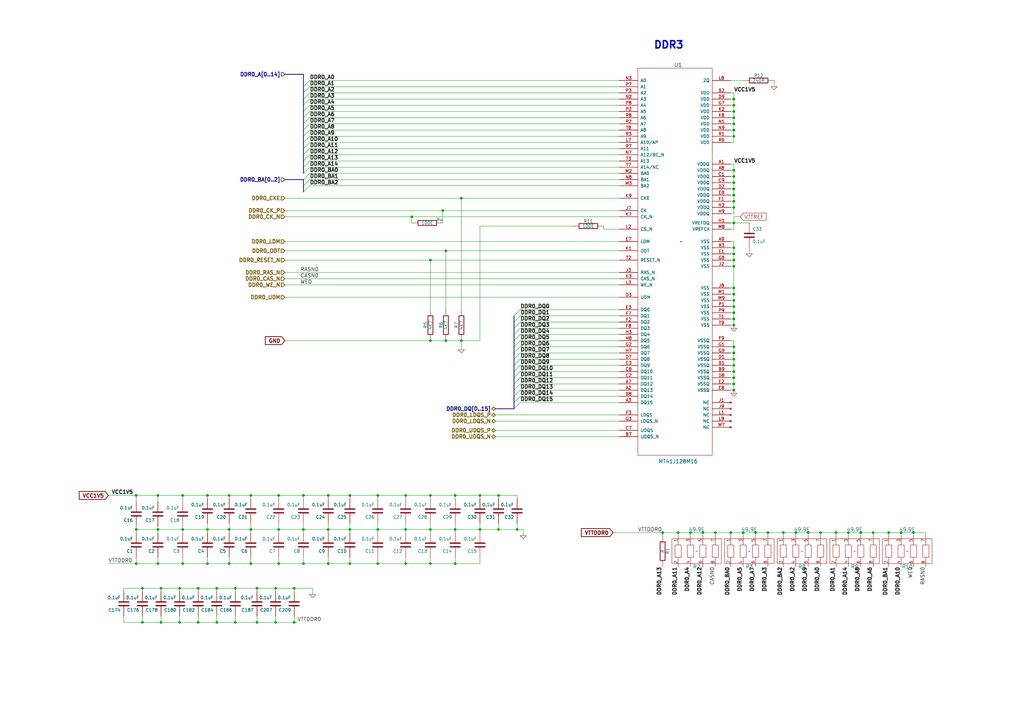
<source format=kicad_sch>
(kicad_sch (version 20250114) (generator "eeschema") (generator_version "9.0")
  (paper "A3")
  (title_block (title "Numato Opsis - DDR3 RAM") (date "11 jan 2016") (rev "Rev2") (company "Numato Lab") (comment 1 "http://opsis.hdmi2usb.tv/") (comment 2 "Designed in collaboration between Numato Lab and TimVideos.us") (comment 3 "License: CC-BY-SA 4.0 International") (comment 4 "$Id: 3ba717b24c1d59546b518356833a38083f5451b3 $"))
  (lib_symbols
    (symbol "C_1" (pin_numbers (hide yes)) (pin_names (offset 0.254))
      (property "Reference" "C" (at 0 2.54 0))
      (property "Value" "C" (at 0.1524 -2.159 0))
      (symbol "C_1_1_1"
        (pin passive line (at 0 5.08 270) (length 4.318) (name "~") (number "1"))
        (pin passive line (at 0 -5.08 90) (length 4.318) (name "~") (number "2"))
      )
    )
    (symbol "C_10" (pin_numbers (hide yes)) (pin_names (offset 0.254))
      (property "Reference" "C" (at 0 2.54 0))
      (property "Value" "C" (at 0.1524 -2.159 0))
      (symbol "C_10_1_1"
        (pin passive line (at 0 5.08 270) (length 4.318) (name "~") (number "1"))
        (pin passive line (at 0 -5.08 90) (length 4.318) (name "~") (number "2"))
      )
    )
    (symbol "C_11" (pin_numbers (hide yes)) (pin_names (offset 0.254))
      (property "Reference" "C" (at 0 2.54 0))
      (property "Value" "C" (at 0.1524 -2.159 0))
      (symbol "C_11_1_1"
        (pin passive line (at 0 5.08 270) (length 4.318) (name "~") (number "1"))
        (pin passive line (at 0 -5.08 90) (length 4.318) (name "~") (number "2"))
      )
    )
    (symbol "C_12" (pin_numbers (hide yes)) (pin_names (offset 0.254))
      (property "Reference" "C" (at 0 2.54 0))
      (property "Value" "C" (at 0.1524 -2.159 0))
      (symbol "C_12_1_1"
        (pin passive line (at 0 5.08 270) (length 4.318) (name "~") (number "1"))
        (pin passive line (at 0 -5.08 90) (length 4.318) (name "~") (number "2"))
      )
    )
    (symbol "C_13" (pin_numbers (hide yes)) (pin_names (offset 0.254))
      (property "Reference" "C" (at 0 2.54 0))
      (property "Value" "C" (at 0.1524 -2.159 0))
      (symbol "C_13_1_1"
        (pin passive line (at 0 5.08 270) (length 4.318) (name "~") (number "1"))
        (pin passive line (at 0 -5.08 90) (length 4.318) (name "~") (number "2"))
      )
    )
    (symbol "C_14" (pin_numbers (hide yes)) (pin_names (offset 0.254))
      (property "Reference" "C" (at 0 2.54 0))
      (property "Value" "C" (at 0.1524 -2.159 0))
      (symbol "C_14_1_1"
        (pin passive line (at 0 5.08 270) (length 4.318) (name "~") (number "1"))
        (pin passive line (at 0 -5.08 90) (length 4.318) (name "~") (number "2"))
      )
    )
    (symbol "C_15" (pin_numbers (hide yes)) (pin_names (offset 0.254))
      (property "Reference" "C" (at 0 2.54 0))
      (property "Value" "C" (at 0.1524 -2.159 0))
      (symbol "C_15_1_1"
        (pin passive line (at 0 5.08 270) (length 4.318) (name "~") (number "1"))
        (pin passive line (at 0 -5.08 90) (length 4.318) (name "~") (number "2"))
      )
    )
    (symbol "C_16" (pin_numbers (hide yes)) (pin_names (offset 0.254))
      (property "Reference" "C" (at 0 2.54 0))
      (property "Value" "C" (at 0.1524 -2.159 0))
      (symbol "C_16_1_1"
        (pin passive line (at 0 5.08 270) (length 4.318) (name "~") (number "1"))
        (pin passive line (at 0 -5.08 90) (length 4.318) (name "~") (number "2"))
      )
    )
    (symbol "C_17" (pin_numbers (hide yes)) (pin_names (offset 0.254))
      (property "Reference" "C" (at 0 2.54 0))
      (property "Value" "C" (at 0.1524 -2.159 0))
      (symbol "C_17_1_1"
        (pin passive line (at 0 5.08 270) (length 4.318) (name "~") (number "1"))
        (pin passive line (at 0 -5.08 90) (length 4.318) (name "~") (number "2"))
      )
    )
    (symbol "C_18" (pin_numbers (hide yes)) (pin_names (offset 0.254))
      (property "Reference" "C" (at 0 2.54 0))
      (property "Value" "C" (at 0.1524 -2.159 0))
      (symbol "C_18_1_1"
        (pin passive line (at 0 5.08 270) (length 4.318) (name "~") (number "1"))
        (pin passive line (at 0 -5.08 90) (length 4.318) (name "~") (number "2"))
      )
    )
    (symbol "C_19" (pin_numbers (hide yes)) (pin_names (offset 0.254))
      (property "Reference" "C" (at 0 2.54 0))
      (property "Value" "C" (at 0.1524 -2.159 0))
      (symbol "C_19_1_1"
        (pin passive line (at 0 5.08 270) (length 4.318) (name "~") (number "1"))
        (pin passive line (at 0 -5.08 90) (length 4.318) (name "~") (number "2"))
      )
    )
    (symbol "C_2" (pin_numbers (hide yes)) (pin_names (offset 0.254))
      (property "Reference" "C" (at 0 2.54 0))
      (property "Value" "C" (at 0.1524 -2.159 0))
      (symbol "C_2_1_1"
        (pin passive line (at 0 5.08 270) (length 4.318) (name "~") (number "1"))
        (pin passive line (at 0 -5.08 90) (length 4.318) (name "~") (number "2"))
      )
    )
    (symbol "C_20" (pin_numbers (hide yes)) (pin_names (offset 0.254))
      (property "Reference" "C" (at 0 2.54 0))
      (property "Value" "C" (at 0.1524 -2.159 0))
      (symbol "C_20_1_1"
        (pin passive line (at 0 5.08 270) (length 4.318) (name "~") (number "1"))
        (pin passive line (at 0 -5.08 90) (length 4.318) (name "~") (number "2"))
      )
    )
    (symbol "C_21" (pin_numbers (hide yes)) (pin_names (offset 0.254))
      (property "Reference" "C" (at 0 2.54 0))
      (property "Value" "C" (at 0.1524 -2.159 0))
      (symbol "C_21_1_1"
        (pin passive line (at 0 5.08 270) (length 4.318) (name "~") (number "1"))
        (pin passive line (at 0 -5.08 90) (length 4.318) (name "~") (number "2"))
      )
    )
    (symbol "C_22" (pin_numbers (hide yes)) (pin_names (offset 0.254))
      (property "Reference" "C" (at 0 2.54 0))
      (property "Value" "C" (at 0.1524 -2.159 0))
      (symbol "C_22_1_1"
        (pin passive line (at 0 5.08 270) (length 4.318) (name "~") (number "1"))
        (pin passive line (at 0 -5.08 90) (length 4.318) (name "~") (number "2"))
      )
    )
    (symbol "C_23" (pin_numbers (hide yes)) (pin_names (offset 0.254))
      (property "Reference" "C" (at 0 2.54 0))
      (property "Value" "C" (at 0.1524 -2.159 0))
      (symbol "C_23_1_1"
        (pin passive line (at 0 5.08 270) (length 4.318) (name "~") (number "1"))
        (pin passive line (at 0 -5.08 90) (length 4.318) (name "~") (number "2"))
      )
    )
    (symbol "C_24" (pin_numbers (hide yes)) (pin_names (offset 0.254))
      (property "Reference" "C" (at 0 2.54 0))
      (property "Value" "C" (at 0.1524 -2.159 0))
      (symbol "C_24_1_1"
        (pin passive line (at 0 5.08 270) (length 4.318) (name "~") (number "1"))
        (pin passive line (at 0 -5.08 90) (length 4.318) (name "~") (number "2"))
      )
    )
    (symbol "C_25" (pin_numbers (hide yes)) (pin_names (offset 0.254))
      (property "Reference" "C" (at 0 2.54 0))
      (property "Value" "C" (at 0.1524 -2.159 0))
      (symbol "C_25_1_1"
        (pin passive line (at 0 5.08 270) (length 4.318) (name "~") (number "1"))
        (pin passive line (at 0 -5.08 90) (length 4.318) (name "~") (number "2"))
      )
    )
    (symbol "C_26" (pin_numbers (hide yes)) (pin_names (offset 0.254))
      (property "Reference" "C" (at 0 2.54 0))
      (property "Value" "C" (at 0.1524 -2.159 0))
      (symbol "C_26_1_1"
        (pin passive line (at 0 5.08 270) (length 4.318) (name "~") (number "1"))
        (pin passive line (at 0 -5.08 90) (length 4.318) (name "~") (number "2"))
      )
    )
    (symbol "C_27" (pin_numbers (hide yes)) (pin_names (offset 0.254))
      (property "Reference" "C" (at 0 2.54 0))
      (property "Value" "C" (at 0.1524 -2.159 0))
      (symbol "C_27_1_1"
        (pin passive line (at 0 5.08 270) (length 4.318) (name "~") (number "1"))
        (pin passive line (at 0 -5.08 90) (length 4.318) (name "~") (number "2"))
      )
    )
    (symbol "C_28" (pin_numbers (hide yes)) (pin_names (offset 0.254))
      (property "Reference" "C" (at 0 2.54 0))
      (property "Value" "C" (at 0.1524 -2.159 0))
      (symbol "C_28_1_1"
        (pin passive line (at 0 5.08 270) (length 4.318) (name "~") (number "1"))
        (pin passive line (at 0 -5.08 90) (length 4.318) (name "~") (number "2"))
      )
    )
    (symbol "C_29" (pin_numbers (hide yes)) (pin_names (offset 0.254))
      (property "Reference" "C" (at 0 2.54 0))
      (property "Value" "C" (at 0.1524 -2.159 0))
      (symbol "C_29_1_1"
        (pin passive line (at 0 5.08 270) (length 4.318) (name "~") (number "1"))
        (pin passive line (at 0 -5.08 90) (length 4.318) (name "~") (number "2"))
      )
    )
    (symbol "C_3" (pin_numbers (hide yes)) (pin_names (offset 0.254))
      (property "Reference" "C" (at 0 2.54 0))
      (property "Value" "C" (at 0.1524 -2.159 0))
      (symbol "C_3_1_1"
        (pin passive line (at 0 5.08 270) (length 4.318) (name "~") (number "1"))
        (pin passive line (at 0 -5.08 90) (length 4.318) (name "~") (number "2"))
      )
    )
    (symbol "C_30" (pin_numbers (hide yes)) (pin_names (offset 0.254))
      (property "Reference" "C" (at 0 2.54 0))
      (property "Value" "C" (at 0.1524 -2.159 0))
      (symbol "C_30_1_1"
        (pin passive line (at 0 5.08 270) (length 4.318) (name "~") (number "1"))
        (pin passive line (at 0 -5.08 90) (length 4.318) (name "~") (number "2"))
      )
    )
    (symbol "C_31" (pin_numbers (hide yes)) (pin_names (offset 0.254))
      (property "Reference" "C" (at 0 2.54 0))
      (property "Value" "C" (at 0.1524 -2.159 0))
      (symbol "C_31_1_1"
        (pin passive line (at 0 5.08 270) (length 4.318) (name "~") (number "1"))
        (pin passive line (at 0 -5.08 90) (length 4.318) (name "~") (number "2"))
      )
    )
    (symbol "C_32" (pin_numbers (hide yes)) (pin_names (offset 0.254))
      (property "Reference" "C" (at 0 2.54 0))
      (property "Value" "C" (at 0.1524 -2.159 0))
      (symbol "C_32_1_1"
        (pin passive line (at 0 5.08 270) (length 4.318) (name "~") (number "1"))
        (pin passive line (at 0 -5.08 90) (length 4.318) (name "~") (number "2"))
      )
    )
    (symbol "C_33" (pin_numbers (hide yes)) (pin_names (offset 0.254))
      (property "Reference" "C" (at 0 2.54 0))
      (property "Value" "C" (at 0.1524 -2.159 0))
      (symbol "C_33_1_1"
        (pin passive line (at 0 5.08 270) (length 4.318) (name "~") (number "1"))
        (pin passive line (at 0 -5.08 90) (length 4.318) (name "~") (number "2"))
      )
    )
    (symbol "C_34" (pin_numbers (hide yes)) (pin_names (offset 0.254))
      (property "Reference" "C" (at 0 2.54 0))
      (property "Value" "C" (at 0.1524 -2.159 0))
      (symbol "C_34_1_1"
        (pin passive line (at 0 5.08 270) (length 4.318) (name "~") (number "1"))
        (pin passive line (at 0 -5.08 90) (length 4.318) (name "~") (number "2"))
      )
    )
    (symbol "C_35" (pin_numbers (hide yes)) (pin_names (offset 0.254))
      (property "Reference" "C" (at 0 2.54 0))
      (property "Value" "C" (at 0.1524 -2.159 0))
      (symbol "C_35_1_1"
        (pin passive line (at 0 5.08 270) (length 4.318) (name "~") (number "1"))
        (pin passive line (at 0 -5.08 90) (length 4.318) (name "~") (number "2"))
      )
    )
    (symbol "C_36" (pin_numbers (hide yes)) (pin_names (offset 0.254))
      (property "Reference" "C" (at 0 2.54 0))
      (property "Value" "C" (at 0.1524 -2.159 0))
      (symbol "C_36_1_1"
        (pin passive line (at 0 5.08 270) (length 4.318) (name "~") (number "1"))
        (pin passive line (at 0 -5.08 90) (length 4.318) (name "~") (number "2"))
      )
    )
    (symbol "C_37" (pin_numbers (hide yes)) (pin_names (offset 0.254))
      (property "Reference" "C" (at 0 2.54 0))
      (property "Value" "C" (at 0.1524 -2.159 0))
      (symbol "C_37_1_1"
        (pin passive line (at 0 5.08 270) (length 4.318) (name "~") (number "1"))
        (pin passive line (at 0 -5.08 90) (length 4.318) (name "~") (number "2"))
      )
    )
    (symbol "C_38" (pin_numbers (hide yes)) (pin_names (offset 0.254))
      (property "Reference" "C" (at 0 2.54 0))
      (property "Value" "C" (at 0.1524 -2.159 0))
      (symbol "C_38_1_1"
        (pin passive line (at 0 5.08 270) (length 4.318) (name "~") (number "1"))
        (pin passive line (at 0 -5.08 90) (length 4.318) (name "~") (number "2"))
      )
    )
    (symbol "C_39" (pin_numbers (hide yes)) (pin_names (offset 0.254))
      (property "Reference" "C" (at 0 2.54 0))
      (property "Value" "C" (at 0.1524 -2.159 0))
      (symbol "C_39_1_1"
        (pin passive line (at 0 5.08 270) (length 4.318) (name "~") (number "1"))
        (pin passive line (at 0 -5.08 90) (length 4.318) (name "~") (number "2"))
      )
    )
    (symbol "C_4" (pin_numbers (hide yes)) (pin_names (offset 0.254))
      (property "Reference" "C" (at 0 2.54 0))
      (property "Value" "C" (at 0.1524 -2.159 0))
      (symbol "C_4_1_1"
        (pin passive line (at 0 5.08 270) (length 4.318) (name "~") (number "1"))
        (pin passive line (at 0 -5.08 90) (length 4.318) (name "~") (number "2"))
      )
    )
    (symbol "C_40" (pin_numbers (hide yes)) (pin_names (offset 0.254))
      (property "Reference" "C" (at 0 2.54 0))
      (property "Value" "C" (at 0.1524 -2.159 0))
      (symbol "C_40_1_1"
        (pin passive line (at 0 5.08 270) (length 4.318) (name "~") (number "1"))
        (pin passive line (at 0 -5.08 90) (length 4.318) (name "~") (number "2"))
      )
    )
    (symbol "C_41" (pin_numbers (hide yes)) (pin_names (offset 0.254))
      (property "Reference" "C" (at 0 2.54 0))
      (property "Value" "C" (at 0.1524 -2.159 0))
      (symbol "C_41_1_1"
        (pin passive line (at 0 5.08 270) (length 4.318) (name "~") (number "1"))
        (pin passive line (at 0 -5.08 90) (length 4.318) (name "~") (number "2"))
      )
    )
    (symbol "C_42" (pin_numbers (hide yes)) (pin_names (offset 0.254))
      (property "Reference" "C" (at 0 2.54 0))
      (property "Value" "C" (at 0.1524 -2.159 0))
      (symbol "C_42_1_1"
        (pin passive line (at 0 5.08 270) (length 4.318) (name "~") (number "1"))
        (pin passive line (at 0 -5.08 90) (length 4.318) (name "~") (number "2"))
      )
    )
    (symbol "C_43" (pin_numbers (hide yes)) (pin_names (offset 0.254))
      (property "Reference" "C" (at 0 2.54 0))
      (property "Value" "C" (at 0.1524 -2.159 0))
      (symbol "C_43_1_1"
        (pin passive line (at 0 5.08 270) (length 4.318) (name "~") (number "1"))
        (pin passive line (at 0 -5.08 90) (length 4.318) (name "~") (number "2"))
      )
    )
    (symbol "C_44" (pin_numbers (hide yes)) (pin_names (offset 0.254))
      (property "Reference" "C" (at 0 2.54 0))
      (property "Value" "C" (at 0.1524 -2.159 0))
      (symbol "C_44_1_1"
        (pin passive line (at 0 5.08 270) (length 4.318) (name "~") (number "1"))
        (pin passive line (at 0 -5.08 90) (length 4.318) (name "~") (number "2"))
      )
    )
    (symbol "C_45" (pin_numbers (hide yes)) (pin_names (offset 0.254))
      (property "Reference" "C" (at 0 2.54 0))
      (property "Value" "C" (at 0.1524 -2.159 0))
      (symbol "C_45_1_1"
        (pin passive line (at 0 5.08 270) (length 4.318) (name "~") (number "1"))
        (pin passive line (at 0 -5.08 90) (length 4.318) (name "~") (number "2"))
      )
    )
    (symbol "C_46" (pin_numbers (hide yes)) (pin_names (offset 0.254))
      (property "Reference" "C" (at 0 2.54 0))
      (property "Value" "C" (at 0.1524 -2.159 0))
      (symbol "C_46_1_1"
        (pin passive line (at 0 5.08 270) (length 4.318) (name "~") (number "1"))
        (pin passive line (at 0 -5.08 90) (length 4.318) (name "~") (number "2"))
      )
    )
    (symbol "C_47" (pin_numbers (hide yes)) (pin_names (offset 0.254))
      (property "Reference" "C" (at 0 2.54 0))
      (property "Value" "C" (at 0.1524 -2.159 0))
      (symbol "C_47_1_1"
        (pin passive line (at 0 5.08 270) (length 4.318) (name "~") (number "1"))
        (pin passive line (at 0 -5.08 90) (length 4.318) (name "~") (number "2"))
      )
    )
    (symbol "C_48" (pin_numbers (hide yes)) (pin_names (offset 0.254))
      (property "Reference" "C" (at 0 2.54 0))
      (property "Value" "C" (at 0.1524 -2.159 0))
      (symbol "C_48_1_1"
        (pin passive line (at 0 5.08 270) (length 4.318) (name "~") (number "1"))
        (pin passive line (at 0 -5.08 90) (length 4.318) (name "~") (number "2"))
      )
    )
    (symbol "C_49" (pin_numbers (hide yes)) (pin_names (offset 0.254))
      (property "Reference" "C" (at 0 2.54 0))
      (property "Value" "C" (at 0.1524 -2.159 0))
      (symbol "C_49_1_1"
        (pin passive line (at 0 5.08 270) (length 4.318) (name "~") (number "1"))
        (pin passive line (at 0 -5.08 90) (length 4.318) (name "~") (number "2"))
      )
    )
    (symbol "C_5" (pin_numbers (hide yes)) (pin_names (offset 0.254))
      (property "Reference" "C" (at 0 2.54 0))
      (property "Value" "C" (at 0.1524 -2.159 0))
      (symbol "C_5_1_1"
        (pin passive line (at 0 5.08 270) (length 4.318) (name "~") (number "1"))
        (pin passive line (at 0 -5.08 90) (length 4.318) (name "~") (number "2"))
      )
    )
    (symbol "C_50" (pin_numbers (hide yes)) (pin_names (offset 0.254))
      (property "Reference" "C" (at 0 2.54 0))
      (property "Value" "C" (at 0.1524 -2.159 0))
      (symbol "C_50_1_1"
        (pin passive line (at 0 5.08 270) (length 4.318) (name "~") (number "1"))
        (pin passive line (at 0 -5.08 90) (length 4.318) (name "~") (number "2"))
      )
    )
    (symbol "C_51" (pin_numbers (hide yes)) (pin_names (offset 0.254))
      (property "Reference" "C" (at 0 2.54 0))
      (property "Value" "C" (at 0.1524 -2.159 0))
      (symbol "C_51_1_1"
        (pin passive line (at 0 5.08 270) (length 4.318) (name "~") (number "1"))
        (pin passive line (at 0 -5.08 90) (length 4.318) (name "~") (number "2"))
      )
    )
    (symbol "C_52" (pin_numbers (hide yes)) (pin_names (offset 0.254))
      (property "Reference" "C" (at 0 2.54 0))
      (property "Value" "C" (at 0.1524 -2.159 0))
      (symbol "C_52_1_1"
        (pin passive line (at 0 5.08 270) (length 4.318) (name "~") (number "1"))
        (pin passive line (at 0 -5.08 90) (length 4.318) (name "~") (number "2"))
      )
    )
    (symbol "C_53" (pin_numbers (hide yes)) (pin_names (offset 0.254))
      (property "Reference" "C" (at 0 2.54 0))
      (property "Value" "C" (at 0.1524 -2.159 0))
      (symbol "C_53_1_1"
        (pin passive line (at 0 5.08 270) (length 4.318) (name "~") (number "1"))
        (pin passive line (at 0 -5.08 90) (length 4.318) (name "~") (number "2"))
      )
    )
    (symbol "C_54" (pin_numbers (hide yes)) (pin_names (offset 0.254))
      (property "Reference" "C" (at 0 2.54 0))
      (property "Value" "C" (at 0.1524 -2.159 0))
      (symbol "C_54_1_1"
        (pin passive line (at 0 5.08 270) (length 4.318) (name "~") (number "1"))
        (pin passive line (at 0 -5.08 90) (length 4.318) (name "~") (number "2"))
      )
    )
    (symbol "C_55" (pin_numbers (hide yes)) (pin_names (offset 0.254))
      (property "Reference" "C" (at 0 2.54 0))
      (property "Value" "C" (at 0.1524 -2.159 0))
      (symbol "C_55_1_1"
        (pin passive line (at 0 5.08 270) (length 4.318) (name "~") (number "1"))
        (pin passive line (at 0 -5.08 90) (length 4.318) (name "~") (number "2"))
      )
    )
    (symbol "C_56" (pin_numbers (hide yes)) (pin_names (offset 0.254))
      (property "Reference" "C" (at 0 2.54 0))
      (property "Value" "C" (at 0.1524 -2.159 0))
      (symbol "C_56_1_1"
        (pin passive line (at 0 5.08 270) (length 4.318) (name "~") (number "1"))
        (pin passive line (at 0 -5.08 90) (length 4.318) (name "~") (number "2"))
      )
    )
    (symbol "C_57" (pin_numbers (hide yes)) (pin_names (offset 0.254))
      (property "Reference" "C" (at 0 2.54 0))
      (property "Value" "C" (at 0.1524 -2.159 0))
      (symbol "C_57_1_1"
        (pin passive line (at 0 5.08 270) (length 4.318) (name "~") (number "1"))
        (pin passive line (at 0 -5.08 90) (length 4.318) (name "~") (number "2"))
      )
    )
    (symbol "C_58" (pin_numbers (hide yes)) (pin_names (offset 0.254))
      (property "Reference" "C" (at 0 2.54 0))
      (property "Value" "C" (at 0.1524 -2.159 0))
      (symbol "C_58_1_1"
        (pin passive line (at 0 5.08 270) (length 4.318) (name "~") (number "1"))
        (pin passive line (at 0 -5.08 90) (length 4.318) (name "~") (number "2"))
      )
    )
    (symbol "C_59" (pin_numbers (hide yes)) (pin_names (offset 0.254))
      (property "Reference" "C" (at 0 2.54 0))
      (property "Value" "C" (at 0.1524 -2.159 0))
      (symbol "C_59_1_1"
        (pin passive line (at 0 5.08 270) (length 4.318) (name "~") (number "1"))
        (pin passive line (at 0 -5.08 90) (length 4.318) (name "~") (number "2"))
      )
    )
    (symbol "C_6" (pin_numbers (hide yes)) (pin_names (offset 0.254))
      (property "Reference" "C" (at 0 2.54 0))
      (property "Value" "C" (at 0.1524 -2.159 0))
      (symbol "C_6_1_1"
        (pin passive line (at 0 5.08 270) (length 4.318) (name "~") (number "1"))
        (pin passive line (at 0 -5.08 90) (length 4.318) (name "~") (number "2"))
      )
    )
    (symbol "C_60" (pin_numbers (hide yes)) (pin_names (offset 0.254))
      (property "Reference" "C" (at 0 2.54 0))
      (property "Value" "C" (at 0.1524 -2.159 0))
      (symbol "C_60_1_1"
        (pin passive line (at 0 5.08 270) (length 4.318) (name "~") (number "1"))
        (pin passive line (at 0 -5.08 90) (length 4.318) (name "~") (number "2"))
      )
    )
    (symbol "C_61" (pin_numbers (hide yes)) (pin_names (offset 0.254))
      (property "Reference" "C" (at 0 2.54 0))
      (property "Value" "C" (at 0.1524 -2.159 0))
      (symbol "C_61_1_1"
        (pin passive line (at 0 5.08 270) (length 4.318) (name "~") (number "1"))
        (pin passive line (at 0 -5.08 90) (length 4.318) (name "~") (number "2"))
      )
    )
    (symbol "C_62" (pin_numbers (hide yes)) (pin_names (offset 0.254))
      (property "Reference" "C" (at 0 2.54 0))
      (property "Value" "C" (at 0.1524 -2.159 0))
      (symbol "C_62_1_1"
        (pin passive line (at 0 5.08 270) (length 4.318) (name "~") (number "1"))
        (pin passive line (at 0 -5.08 90) (length 4.318) (name "~") (number "2"))
      )
    )
    (symbol "C_63" (pin_numbers (hide yes)) (pin_names (offset 0.254))
      (property "Reference" "C" (at 0 2.54 0))
      (property "Value" "C" (at 0.1524 -2.159 0))
      (symbol "C_63_1_1"
        (pin passive line (at 0 5.08 270) (length 4.318) (name "~") (number "1"))
        (pin passive line (at 0 -5.08 90) (length 4.318) (name "~") (number "2"))
      )
    )
    (symbol "C_64" (pin_numbers (hide yes)) (pin_names (offset 0.254))
      (property "Reference" "C" (at 0 2.54 0))
      (property "Value" "C" (at 0.1524 -2.159 0))
      (symbol "C_64_1_1"
        (pin passive line (at 0 5.08 270) (length 4.318) (name "~") (number "1"))
        (pin passive line (at 0 -5.08 90) (length 4.318) (name "~") (number "2"))
      )
    )
    (symbol "C_65" (pin_numbers (hide yes)) (pin_names (offset 0.254))
      (property "Reference" "C" (at 0 2.54 0))
      (property "Value" "C" (at 0.1524 -2.159 0))
      (symbol "C_65_1_1"
        (pin passive line (at 0 5.08 270) (length 4.318) (name "~") (number "1"))
        (pin passive line (at 0 -5.08 90) (length 4.318) (name "~") (number "2"))
      )
    )
    (symbol "C_66" (pin_numbers (hide yes)) (pin_names (offset 0.254))
      (property "Reference" "C" (at 0 2.54 0))
      (property "Value" "C" (at 0.1524 -2.159 0))
      (symbol "C_66_1_1"
        (pin passive line (at 0 5.08 270) (length 4.318) (name "~") (number "1"))
        (pin passive line (at 0 -5.08 90) (length 4.318) (name "~") (number "2"))
      )
    )
    (symbol "C_67" (pin_numbers (hide yes)) (pin_names (offset 0.254))
      (property "Reference" "C" (at 0 2.54 0))
      (property "Value" "C" (at 0.1524 -2.159 0))
      (symbol "C_67_1_1"
        (pin passive line (at 0 5.08 270) (length 4.318) (name "~") (number "1"))
        (pin passive line (at 0 -5.08 90) (length 4.318) (name "~") (number "2"))
      )
    )
    (symbol "C_68" (pin_numbers (hide yes)) (pin_names (offset 0.254))
      (property "Reference" "C" (at 0 2.54 0))
      (property "Value" "C" (at 0.1524 -2.159 0))
      (symbol "C_68_1_1"
        (pin passive line (at 0 5.08 270) (length 4.318) (name "~") (number "1"))
        (pin passive line (at 0 -5.08 90) (length 4.318) (name "~") (number "2"))
      )
    )
    (symbol "C_69" (pin_numbers (hide yes)) (pin_names (offset 0.254))
      (property "Reference" "C" (at 0 2.54 0))
      (property "Value" "C" (at 0.1524 -2.159 0))
      (symbol "C_69_1_1"
        (pin passive line (at 0 5.08 270) (length 4.318) (name "~") (number "1"))
        (pin passive line (at 0 -5.08 90) (length 4.318) (name "~") (number "2"))
      )
    )
    (symbol "C_7" (pin_numbers (hide yes)) (pin_names (offset 0.254))
      (property "Reference" "C" (at 0 2.54 0))
      (property "Value" "C" (at 0.1524 -2.159 0))
      (symbol "C_7_1_1"
        (pin passive line (at 0 5.08 270) (length 4.318) (name "~") (number "1"))
        (pin passive line (at 0 -5.08 90) (length 4.318) (name "~") (number "2"))
      )
    )
    (symbol "C_70" (pin_numbers (hide yes)) (pin_names (offset 0.254))
      (property "Reference" "C" (at 0 2.54 0))
      (property "Value" "C" (at 0.1524 -2.159 0))
      (symbol "C_70_1_1"
        (pin passive line (at 0 5.08 270) (length 4.318) (name "~") (number "1"))
        (pin passive line (at 0 -5.08 90) (length 4.318) (name "~") (number "2"))
      )
    )
    (symbol "C_71" (pin_numbers (hide yes)) (pin_names (offset 0.254))
      (property "Reference" "C" (at 0 2.54 0))
      (property "Value" "C" (at 0.1524 -2.159 0))
      (symbol "C_71_1_1"
        (pin passive line (at 0 5.08 270) (length 4.318) (name "~") (number "1"))
        (pin passive line (at 0 -5.08 90) (length 4.318) (name "~") (number "2"))
      )
    )
    (symbol "C_72" (pin_numbers (hide yes)) (pin_names (offset 0.254))
      (property "Reference" "C" (at 0 2.54 0))
      (property "Value" "C" (at 0.1524 -2.159 0))
      (symbol "C_72_1_1"
        (pin passive line (at 0 5.08 270) (length 4.318) (name "~") (number "1"))
        (pin passive line (at 0 -5.08 90) (length 4.318) (name "~") (number "2"))
      )
    )
    (symbol "C_73" (pin_numbers (hide yes)) (pin_names (offset 0.254))
      (property "Reference" "C" (at 0 2.54 0))
      (property "Value" "C" (at 0.1524 -2.159 0))
      (symbol "C_73_1_1"
        (pin passive line (at 0 5.08 270) (length 4.318) (name "~") (number "1"))
        (pin passive line (at 0 -5.08 90) (length 4.318) (name "~") (number "2"))
      )
    )
    (symbol "C_74" (pin_numbers (hide yes)) (pin_names (offset 0.254))
      (property "Reference" "C" (at 0 2.54 0))
      (property "Value" "C" (at 0.1524 -2.159 0))
      (symbol "C_74_1_1"
        (pin passive line (at 0 5.08 270) (length 4.318) (name "~") (number "1"))
        (pin passive line (at 0 -5.08 90) (length 4.318) (name "~") (number "2"))
      )
    )
    (symbol "C_75" (pin_numbers (hide yes)) (pin_names (offset 0.254))
      (property "Reference" "C" (at 0 2.54 0))
      (property "Value" "C" (at 0.1524 -2.159 0))
      (symbol "C_75_1_1"
        (pin passive line (at 0 5.08 270) (length 4.318) (name "~") (number "1"))
        (pin passive line (at 0 -5.08 90) (length 4.318) (name "~") (number "2"))
      )
    )
    (symbol "C_76" (pin_numbers (hide yes)) (pin_names (offset 0.254))
      (property "Reference" "C" (at 0 2.54 0))
      (property "Value" "C" (at 0.1524 -2.159 0))
      (symbol "C_76_1_1"
        (pin passive line (at 0 5.08 270) (length 4.318) (name "~") (number "1"))
        (pin passive line (at 0 -5.08 90) (length 4.318) (name "~") (number "2"))
      )
    )
    (symbol "C_77" (pin_numbers (hide yes)) (pin_names (offset 0.254))
      (property "Reference" "C" (at 0 2.54 0))
      (property "Value" "C" (at 0.1524 -2.159 0))
      (symbol "C_77_1_1"
        (pin passive line (at 0 5.08 270) (length 4.318) (name "~") (number "1"))
        (pin passive line (at 0 -5.08 90) (length 4.318) (name "~") (number "2"))
      )
    )
    (symbol "C_78" (pin_numbers (hide yes)) (pin_names (offset 0.254))
      (property "Reference" "C" (at 0 2.54 0))
      (property "Value" "C" (at 0.1524 -2.159 0))
      (symbol "C_78_1_1"
        (pin passive line (at 0 5.08 270) (length 4.318) (name "~") (number "1"))
        (pin passive line (at 0 -5.08 90) (length 4.318) (name "~") (number "2"))
      )
    )
    (symbol "C_79" (pin_numbers (hide yes)) (pin_names (offset 0.254))
      (property "Reference" "C" (at 0 2.54 0))
      (property "Value" "C" (at 0.1524 -2.159 0))
      (symbol "C_79_1_1"
        (pin passive line (at 0 5.08 270) (length 4.318) (name "~") (number "1"))
        (pin passive line (at 0 -5.08 90) (length 4.318) (name "~") (number "2"))
      )
    )
    (symbol "C_8" (pin_numbers (hide yes)) (pin_names (offset 0.254))
      (property "Reference" "C" (at 0 2.54 0))
      (property "Value" "C" (at 0.1524 -2.159 0))
      (symbol "C_8_1_1"
        (pin passive line (at 0 5.08 270) (length 4.318) (name "~") (number "1"))
        (pin passive line (at 0 -5.08 90) (length 4.318) (name "~") (number "2"))
      )
    )
    (symbol "C_80" (pin_numbers (hide yes)) (pin_names (offset 0.254))
      (property "Reference" "C" (at 0 2.54 0))
      (property "Value" "C" (at 0.1524 -2.159 0))
      (symbol "C_80_1_1"
        (pin passive line (at 0 5.08 270) (length 4.318) (name "~") (number "1"))
        (pin passive line (at 0 -5.08 90) (length 4.318) (name "~") (number "2"))
      )
    )
    (symbol "C_81" (pin_numbers (hide yes)) (pin_names (offset 0.254))
      (property "Reference" "C" (at 0 2.54 0))
      (property "Value" "C" (at 0.1524 -2.159 0))
      (symbol "C_81_1_1"
        (pin passive line (at 0 5.08 270) (length 4.318) (name "~") (number "1"))
        (pin passive line (at 0 -5.08 90) (length 4.318) (name "~") (number "2"))
      )
    )
    (symbol "C_82" (pin_numbers (hide yes)) (pin_names (offset 0.254))
      (property "Reference" "C" (at 0 2.54 0))
      (property "Value" "C" (at 0.1524 -2.159 0))
      (symbol "C_82_1_1"
        (pin passive line (at 0 5.08 270) (length 4.318) (name "~") (number "1"))
        (pin passive line (at 0 -5.08 90) (length 4.318) (name "~") (number "2"))
      )
    )
    (symbol "C_83" (pin_numbers (hide yes)) (pin_names (offset 0.254))
      (property "Reference" "C" (at 0 2.54 0))
      (property "Value" "C" (at 0.1524 -2.159 0))
      (symbol "C_83_1_1"
        (pin passive line (at 0 5.08 270) (length 4.318) (name "~") (number "1"))
        (pin passive line (at 0 -5.08 90) (length 4.318) (name "~") (number "2"))
      )
    )
    (symbol "C_84" (pin_numbers (hide yes)) (pin_names (offset 0.254))
      (property "Reference" "C" (at 0 2.54 0))
      (property "Value" "C" (at 0.1524 -2.159 0))
      (symbol "C_84_1_1"
        (pin passive line (at 0 5.08 270) (length 4.318) (name "~") (number "1"))
        (pin passive line (at 0 -5.08 90) (length 4.318) (name "~") (number "2"))
      )
    )
    (symbol "C_85" (pin_numbers (hide yes)) (pin_names (offset 0.254))
      (property "Reference" "C" (at 0 2.54 0))
      (property "Value" "C" (at 0.1524 -2.159 0))
      (symbol "C_85_1_1"
        (pin passive line (at 0 5.08 270) (length 4.318) (name "~") (number "1"))
        (pin passive line (at 0 -5.08 90) (length 4.318) (name "~") (number "2"))
      )
    )
    (symbol "C_86" (pin_numbers (hide yes)) (pin_names (offset 0.254))
      (property "Reference" "C" (at 0 2.54 0))
      (property "Value" "C" (at 0.1524 -2.159 0))
      (symbol "C_86_1_1"
        (pin passive line (at 0 5.08 270) (length 4.318) (name "~") (number "1"))
        (pin passive line (at 0 -5.08 90) (length 4.318) (name "~") (number "2"))
      )
    )
    (symbol "C_9" (pin_numbers (hide yes)) (pin_names (offset 0.254))
      (property "Reference" "C" (at 0 2.54 0))
      (property "Value" "C" (at 0.1524 -2.159 0))
      (symbol "C_9_1_1"
        (pin passive line (at 0 5.08 270) (length 4.318) (name "~") (number "1"))
        (pin passive line (at 0 -5.08 90) (length 4.318) (name "~") (number "2"))
      )
    )
    (symbol "GND_1" (power) (pin_names (offset 0))
      (symbol "GND_1_1_1"
        (pin power_in line (at 0 0 90) (length 0) (hide yes) (name "GND") (number "1"))
      )
    )
    (symbol "GND_10" (power) (pin_names (offset 0))
      (symbol "GND_10_1_1"
        (pin power_in line (at 0 0 90) (length 0) (hide yes) (name "GND") (number "1"))
      )
    )
    (symbol "GND_11" (power) (pin_names (offset 0))
      (symbol "GND_11_1_1"
        (pin power_in line (at 0 0 90) (length 0) (hide yes) (name "GND") (number "1"))
      )
    )
    (symbol "GND_12" (power) (pin_names (offset 0))
      (symbol "GND_12_1_1"
        (pin power_in line (at 0 0 90) (length 0) (hide yes) (name "GND") (number "1"))
      )
    )
    (symbol "GND_13" (power) (pin_names (offset 0))
      (symbol "GND_13_1_1"
        (pin power_in line (at 0 0 90) (length 0) (hide yes) (name "GND") (number "1"))
      )
    )
    (symbol "GND_14" (power) (pin_names (offset 0))
      (symbol "GND_14_1_1"
        (pin power_in line (at 0 0 90) (length 0) (hide yes) (name "GND") (number "1"))
      )
    )
    (symbol "GND_2" (power) (pin_names (offset 0))
      (symbol "GND_2_1_1"
        (pin power_in line (at 0 0 90) (length 0) (hide yes) (name "GND") (number "1"))
      )
    )
    (symbol "GND_3" (power) (pin_names (offset 0))
      (symbol "GND_3_1_1"
        (pin power_in line (at 0 0 90) (length 0) (hide yes) (name "GND") (number "1"))
      )
    )
    (symbol "GND_4" (power) (pin_names (offset 0))
      (symbol "GND_4_1_1"
        (pin power_in line (at 0 0 90) (length 0) (hide yes) (name "GND") (number "1"))
      )
    )
    (symbol "GND_5" (power) (pin_names (offset 0))
      (symbol "GND_5_1_1"
        (pin power_in line (at 0 0 90) (length 0) (hide yes) (name "GND") (number "1"))
      )
    )
    (symbol "GND_6" (power) (pin_names (offset 0))
      (symbol "GND_6_1_1"
        (pin power_in line (at 0 0 90) (length 0) (hide yes) (name "GND") (number "1"))
      )
    )
    (symbol "GND_7" (power) (pin_names (offset 0))
      (symbol "GND_7_1_1"
        (pin power_in line (at 0 0 90) (length 0) (hide yes) (name "GND") (number "1"))
      )
    )
    (symbol "GND_8" (power) (pin_names (offset 0))
      (symbol "GND_8_1_1"
        (pin power_in line (at 0 0 90) (length 0) (hide yes) (name "GND") (number "1"))
      )
    )
    (symbol "GND_9" (power) (pin_names (offset 0))
      (symbol "GND_9_1_1"
        (pin power_in line (at 0 0 90) (length 0) (hide yes) (name "GND") (number "1"))
      )
    )
    (symbol "MT41J128M16_1" (pin_names (offset 1.016))
      (property "Reference" "U" (at -16.51 72.39 0))
      (property "Value" "MT41J128M16" (at -1.27 -90.17 0))
      (symbol "MT41J128M16_1_1_1"
        (pin input line (at -25.4 66.04 0) (length 7.62) (name "A0") (number "N3"))
        (pin input line (at -25.4 63.5 0) (length 7.62) (name "A1") (number "P7"))
        (pin input line (at -25.4 60.96 0) (length 7.62) (name "A2") (number "P3"))
        (pin input line (at -25.4 58.42 0) (length 7.62) (name "A3") (number "N2"))
        (pin input line (at -25.4 55.88 0) (length 7.62) (name "A4") (number "P8"))
        (pin input line (at -25.4 53.34 0) (length 7.62) (name "A5") (number "P2"))
        (pin input line (at -25.4 50.8 0) (length 7.62) (name "A6") (number "R8"))
        (pin input line (at -25.4 48.26 0) (length 7.62) (name "A7") (number "R2"))
        (pin input line (at -25.4 45.72 0) (length 7.62) (name "A8") (number "T8"))
        (pin input line (at -25.4 43.18 0) (length 7.62) (name "A9") (number "R3"))
        (pin input line (at -25.4 40.64 0) (length 7.62) (name "A10/AP") (number "L7"))
        (pin input line (at -25.4 38.1 0) (length 7.62) (name "A11") (number "R7"))
        (pin input line (at -25.4 35.56 0) (length 7.62) (name "A12/BC_N") (number "N7"))
        (pin input line (at -25.4 33.02 0) (length 7.62) (name "A13") (number "T3"))
        (pin input line (at -25.4 30.48 0) (length 7.62) (name "A14/NC") (number "T7"))
        (pin input line (at -25.4 27.94 0) (length 7.62) (name "BA0") (number "M2"))
        (pin input line (at -25.4 25.4 0) (length 7.62) (name "BA1") (number "N8"))
        (pin input line (at -25.4 22.86 0) (length 7.62) (name "BA2") (number "M3"))
        (pin input line (at -25.4 17.78 0) (length 7.62) (name "CKE") (number "K9"))
        (pin input line (at -25.4 12.7 0) (length 7.62) (name "CK") (number "J7"))
        (pin input line (at -25.4 10.16 0) (length 7.62) (name "CK_N") (number "K7"))
        (pin input line (at -25.4 5.08 0) (length 7.62) (name "CS_N") (number "L2"))
        (pin input line (at -25.4 0 0) (length 7.62) (name "LDM") (number "E7"))
        (pin input line (at -25.4 -3.81 0) (length 7.62) (name "ODT") (number "K1"))
        (pin input line (at -25.4 -7.62 0) (length 7.62) (name "RESET_N") (number "T2"))
        (pin input line (at -25.4 -12.7 0) (length 7.62) (name "RAS_N") (number "J3"))
        (pin input line (at -25.4 -15.24 0) (length 7.62) (name "CAS_N") (number "K3"))
        (pin input line (at -25.4 -17.78 0) (length 7.62) (name "WE_N") (number "L3"))
        (pin input line (at -25.4 -22.86 0) (length 7.62) (name "UDM") (number "D3"))
        (pin bidirectional line (at -25.4 -27.94 0) (length 7.62) (name "DQ0") (number "E3"))
        (pin bidirectional line (at -25.4 -30.48 0) (length 7.62) (name "DQ1") (number "F7"))
        (pin bidirectional line (at -25.4 -33.02 0) (length 7.62) (name "DQ2") (number "F2"))
        (pin bidirectional line (at -25.4 -35.56 0) (length 7.62) (name "DQ3") (number "F8"))
        (pin bidirectional line (at -25.4 -38.1 0) (length 7.62) (name "DQ4") (number "H3"))
        (pin bidirectional line (at -25.4 -40.64 0) (length 7.62) (name "DQ5") (number "H8"))
        (pin bidirectional line (at -25.4 -43.18 0) (length 7.62) (name "DQ6") (number "G2"))
        (pin bidirectional line (at -25.4 -45.72 0) (length 7.62) (name "DQ7") (number "H7"))
        (pin bidirectional line (at -25.4 -48.26 0) (length 7.62) (name "DQ8") (number "D7"))
        (pin bidirectional line (at -25.4 -50.8 0) (length 7.62) (name "DQ9") (number "C3"))
        (pin bidirectional line (at -25.4 -53.34 0) (length 7.62) (name "DQ10") (number "C8"))
        (pin bidirectional line (at -25.4 -55.88 0) (length 7.62) (name "DQ11") (number "C2"))
        (pin bidirectional line (at -25.4 -58.42 0) (length 7.62) (name "DQ12") (number "A7"))
        (pin bidirectional line (at -25.4 -60.96 0) (length 7.62) (name "DQ13") (number "A2"))
        (pin bidirectional line (at -25.4 -63.5 0) (length 7.62) (name "DQ14") (number "B8"))
        (pin bidirectional line (at -25.4 -66.04 0) (length 7.62) (name "DQ15") (number "A3"))
        (pin bidirectional line (at -25.4 -71.12 0) (length 7.62) (name "LDQS") (number "F3"))
        (pin bidirectional line (at -25.4 -73.66 0) (length 7.62) (name "LDQS_N") (number "G3"))
        (pin bidirectional line (at -25.4 -77.47 0) (length 7.62) (name "UDQS") (number "C7"))
        (pin bidirectional line (at -25.4 -80.01 0) (length 7.62) (name "UDQS_N") (number "B7"))
        (pin input line (at 20.32 66.04 180) (length 7.62) (name "ZQ") (number "L8"))
        (pin power_in line (at 20.32 60.96 180) (length 7.62) (name "VDD") (number "B2"))
        (pin power_in line (at 20.32 58.42 180) (length 7.62) (name "VDD") (number "D9"))
        (pin power_in line (at 20.32 55.88 180) (length 7.62) (name "VDD") (number "G7"))
        (pin power_in line (at 20.32 53.34 180) (length 7.62) (name "VDD") (number "K2"))
        (pin power_in line (at 20.32 50.8 180) (length 7.62) (name "VDD") (number "K8"))
        (pin power_in line (at 20.32 48.26 180) (length 7.62) (name "VDD") (number "N1"))
        (pin power_in line (at 20.32 45.72 180) (length 7.62) (name "VDD") (number "N9"))
        (pin power_in line (at 20.32 43.18 180) (length 7.62) (name "VDD") (number "R1"))
        (pin power_in line (at 20.32 40.64 180) (length 7.62) (name "VDD") (number "R9"))
        (pin power_in line (at 20.32 31.75 180) (length 7.62) (name "VDDQ") (number "A1"))
        (pin power_in line (at 20.32 29.21 180) (length 7.62) (name "VDDQ") (number "A8"))
        (pin power_in line (at 20.32 26.67 180) (length 7.62) (name "VDDQ") (number "C1"))
        (pin power_in line (at 20.32 24.13 180) (length 7.62) (name "VDDQ") (number "C9"))
        (pin power_in line (at 20.32 21.59 180) (length 7.62) (name "VDDQ") (number "D2"))
        (pin power_in line (at 20.32 19.05 180) (length 7.62) (name "VDDQ") (number "E9"))
        (pin power_in line (at 20.32 16.51 180) (length 7.62) (name "VDDQ") (number "F1"))
        (pin power_in line (at 20.32 13.97 180) (length 7.62) (name "VDDQ") (number "H2"))
        (pin power_in line (at 20.32 11.43 180) (length 7.62) (name "VDDQ") (number "H9"))
        (pin power_in line (at 20.32 7.62 180) (length 7.62) (name "VREFDQ") (number "H1"))
        (pin power_in line (at 20.32 5.08 180) (length 7.62) (name "VREFCA") (number "M8"))
        (pin power_in line (at 20.32 0 180) (length 7.62) (name "VSS") (number "A9"))
        (pin power_in line (at 20.32 -2.54 180) (length 7.62) (name "VSS") (number "B3"))
        (pin power_in line (at 20.32 -5.08 180) (length 7.62) (name "VSS") (number "E1"))
        (pin power_in line (at 20.32 -7.62 180) (length 7.62) (name "VSS") (number "G8"))
        (pin power_in line (at 20.32 -10.16 180) (length 7.62) (name "VSS") (number "J2"))
        (pin power_in line (at 20.32 -19.05 180) (length 7.62) (name "VSS") (number "J8"))
        (pin power_in line (at 20.32 -21.59 180) (length 7.62) (name "VSS") (number "M1"))
        (pin power_in line (at 20.32 -24.13 180) (length 7.62) (name "VSS") (number "M9"))
        (pin power_in line (at 20.32 -26.67 180) (length 7.62) (name "VSS") (number "P1"))
        (pin power_in line (at 20.32 -29.21 180) (length 7.62) (name "VSS") (number "P9"))
        (pin power_in line (at 20.32 -31.75 180) (length 7.62) (name "VSS") (number "T1"))
        (pin power_in line (at 20.32 -34.29 180) (length 7.62) (name "VSS") (number "T9"))
        (pin power_in line (at 20.32 -40.64 180) (length 7.62) (name "VSSQ") (number "F9"))
        (pin power_in line (at 20.32 -43.18 180) (length 7.62) (name "VSSQ") (number "G1"))
        (pin power_in line (at 20.32 -45.72 180) (length 7.62) (name "VSSQ") (number "G9"))
        (pin power_in line (at 20.32 -48.26 180) (length 7.62) (name "VSSQ") (number "D1"))
        (pin power_in line (at 20.32 -50.8 180) (length 7.62) (name "VSSQ") (number "B1"))
        (pin power_in line (at 20.32 -53.34 180) (length 7.62) (name "VSSQ") (number "B9"))
        (pin power_in line (at 20.32 -55.88 180) (length 7.62) (name "VSSQ") (number "D8"))
        (pin power_in line (at 20.32 -58.42 180) (length 7.62) (name "VSSQ") (number "E2"))
        (pin power_in line (at 20.32 -60.96 180) (length 7.62) (name "VSSQ") (number "E8"))
        (pin no_connect line (at 20.32 -66.04 180) (length 7.62) (name "NC") (number "J1"))
        (pin no_connect line (at 20.32 -68.58 180) (length 7.62) (name "NC") (number "J9"))
        (pin no_connect line (at 20.32 -71.12 180) (length 7.62) (name "NC") (number "L1"))
        (pin no_connect line (at 20.32 -73.66 180) (length 7.62) (name "NC") (number "L9"))
        (pin no_connect line (at 20.32 -76.2 180) (length 7.62) (name "NC") (number "M7"))
      )
    )
    (symbol "MT41J128M16_2" (pin_names (offset 1.016))
      (property "Reference" "U" (at -16.51 72.39 0))
      (property "Value" "MT41J128M16" (at -1.27 -90.17 0))
      (symbol "MT41J128M16_2_1_1"
        (pin input line (at -25.4 66.04 0) (length 7.62) (name "A0") (number "N3"))
        (pin input line (at -25.4 63.5 0) (length 7.62) (name "A1") (number "P7"))
        (pin input line (at -25.4 60.96 0) (length 7.62) (name "A2") (number "P3"))
        (pin input line (at -25.4 58.42 0) (length 7.62) (name "A3") (number "N2"))
        (pin input line (at -25.4 55.88 0) (length 7.62) (name "A4") (number "P8"))
        (pin input line (at -25.4 53.34 0) (length 7.62) (name "A5") (number "P2"))
        (pin input line (at -25.4 50.8 0) (length 7.62) (name "A6") (number "R8"))
        (pin input line (at -25.4 48.26 0) (length 7.62) (name "A7") (number "R2"))
        (pin input line (at -25.4 45.72 0) (length 7.62) (name "A8") (number "T8"))
        (pin input line (at -25.4 43.18 0) (length 7.62) (name "A9") (number "R3"))
        (pin input line (at -25.4 40.64 0) (length 7.62) (name "A10/AP") (number "L7"))
        (pin input line (at -25.4 38.1 0) (length 7.62) (name "A11") (number "R7"))
        (pin input line (at -25.4 35.56 0) (length 7.62) (name "A12/BC_N") (number "N7"))
        (pin input line (at -25.4 33.02 0) (length 7.62) (name "A13") (number "T3"))
        (pin input line (at -25.4 30.48 0) (length 7.62) (name "A14/NC") (number "T7"))
        (pin input line (at -25.4 27.94 0) (length 7.62) (name "BA0") (number "M2"))
        (pin input line (at -25.4 25.4 0) (length 7.62) (name "BA1") (number "N8"))
        (pin input line (at -25.4 22.86 0) (length 7.62) (name "BA2") (number "M3"))
        (pin input line (at -25.4 17.78 0) (length 7.62) (name "CKE") (number "K9"))
        (pin input line (at -25.4 12.7 0) (length 7.62) (name "CK") (number "J7"))
        (pin input line (at -25.4 10.16 0) (length 7.62) (name "CK_N") (number "K7"))
        (pin input line (at -25.4 5.08 0) (length 7.62) (name "CS_N") (number "L2"))
        (pin input line (at -25.4 0 0) (length 7.62) (name "LDM") (number "E7"))
        (pin input line (at -25.4 -3.81 0) (length 7.62) (name "ODT") (number "K1"))
        (pin input line (at -25.4 -7.62 0) (length 7.62) (name "RESET_N") (number "T2"))
        (pin input line (at -25.4 -12.7 0) (length 7.62) (name "RAS_N") (number "J3"))
        (pin input line (at -25.4 -15.24 0) (length 7.62) (name "CAS_N") (number "K3"))
        (pin input line (at -25.4 -17.78 0) (length 7.62) (name "WE_N") (number "L3"))
        (pin input line (at -25.4 -22.86 0) (length 7.62) (name "UDM") (number "D3"))
        (pin bidirectional line (at -25.4 -27.94 0) (length 7.62) (name "DQ0") (number "E3"))
        (pin bidirectional line (at -25.4 -30.48 0) (length 7.62) (name "DQ1") (number "F7"))
        (pin bidirectional line (at -25.4 -33.02 0) (length 7.62) (name "DQ2") (number "F2"))
        (pin bidirectional line (at -25.4 -35.56 0) (length 7.62) (name "DQ3") (number "F8"))
        (pin bidirectional line (at -25.4 -38.1 0) (length 7.62) (name "DQ4") (number "H3"))
        (pin bidirectional line (at -25.4 -40.64 0) (length 7.62) (name "DQ5") (number "H8"))
        (pin bidirectional line (at -25.4 -43.18 0) (length 7.62) (name "DQ6") (number "G2"))
        (pin bidirectional line (at -25.4 -45.72 0) (length 7.62) (name "DQ7") (number "H7"))
        (pin bidirectional line (at -25.4 -48.26 0) (length 7.62) (name "DQ8") (number "D7"))
        (pin bidirectional line (at -25.4 -50.8 0) (length 7.62) (name "DQ9") (number "C3"))
        (pin bidirectional line (at -25.4 -53.34 0) (length 7.62) (name "DQ10") (number "C8"))
        (pin bidirectional line (at -25.4 -55.88 0) (length 7.62) (name "DQ11") (number "C2"))
        (pin bidirectional line (at -25.4 -58.42 0) (length 7.62) (name "DQ12") (number "A7"))
        (pin bidirectional line (at -25.4 -60.96 0) (length 7.62) (name "DQ13") (number "A2"))
        (pin bidirectional line (at -25.4 -63.5 0) (length 7.62) (name "DQ14") (number "B8"))
        (pin bidirectional line (at -25.4 -66.04 0) (length 7.62) (name "DQ15") (number "A3"))
        (pin bidirectional line (at -25.4 -71.12 0) (length 7.62) (name "LDQS") (number "F3"))
        (pin bidirectional line (at -25.4 -73.66 0) (length 7.62) (name "LDQS_N") (number "G3"))
        (pin bidirectional line (at -25.4 -77.47 0) (length 7.62) (name "UDQS") (number "C7"))
        (pin bidirectional line (at -25.4 -80.01 0) (length 7.62) (name "UDQS_N") (number "B7"))
        (pin input line (at 20.32 66.04 180) (length 7.62) (name "ZQ") (number "L8"))
        (pin power_in line (at 20.32 60.96 180) (length 7.62) (name "VDD") (number "B2"))
        (pin power_in line (at 20.32 58.42 180) (length 7.62) (name "VDD") (number "D9"))
        (pin power_in line (at 20.32 55.88 180) (length 7.62) (name "VDD") (number "G7"))
        (pin power_in line (at 20.32 53.34 180) (length 7.62) (name "VDD") (number "K2"))
        (pin power_in line (at 20.32 50.8 180) (length 7.62) (name "VDD") (number "K8"))
        (pin power_in line (at 20.32 48.26 180) (length 7.62) (name "VDD") (number "N1"))
        (pin power_in line (at 20.32 45.72 180) (length 7.62) (name "VDD") (number "N9"))
        (pin power_in line (at 20.32 43.18 180) (length 7.62) (name "VDD") (number "R1"))
        (pin power_in line (at 20.32 40.64 180) (length 7.62) (name "VDD") (number "R9"))
        (pin power_in line (at 20.32 31.75 180) (length 7.62) (name "VDDQ") (number "A1"))
        (pin power_in line (at 20.32 29.21 180) (length 7.62) (name "VDDQ") (number "A8"))
        (pin power_in line (at 20.32 26.67 180) (length 7.62) (name "VDDQ") (number "C1"))
        (pin power_in line (at 20.32 24.13 180) (length 7.62) (name "VDDQ") (number "C9"))
        (pin power_in line (at 20.32 21.59 180) (length 7.62) (name "VDDQ") (number "D2"))
        (pin power_in line (at 20.32 19.05 180) (length 7.62) (name "VDDQ") (number "E9"))
        (pin power_in line (at 20.32 16.51 180) (length 7.62) (name "VDDQ") (number "F1"))
        (pin power_in line (at 20.32 13.97 180) (length 7.62) (name "VDDQ") (number "H2"))
        (pin power_in line (at 20.32 11.43 180) (length 7.62) (name "VDDQ") (number "H9"))
        (pin power_in line (at 20.32 7.62 180) (length 7.62) (name "VREFDQ") (number "H1"))
        (pin power_in line (at 20.32 5.08 180) (length 7.62) (name "VREFCA") (number "M8"))
        (pin power_in line (at 20.32 0 180) (length 7.62) (name "VSS") (number "A9"))
        (pin power_in line (at 20.32 -2.54 180) (length 7.62) (name "VSS") (number "B3"))
        (pin power_in line (at 20.32 -5.08 180) (length 7.62) (name "VSS") (number "E1"))
        (pin power_in line (at 20.32 -7.62 180) (length 7.62) (name "VSS") (number "G8"))
        (pin power_in line (at 20.32 -10.16 180) (length 7.62) (name "VSS") (number "J2"))
        (pin power_in line (at 20.32 -19.05 180) (length 7.62) (name "VSS") (number "J8"))
        (pin power_in line (at 20.32 -21.59 180) (length 7.62) (name "VSS") (number "M1"))
        (pin power_in line (at 20.32 -24.13 180) (length 7.62) (name "VSS") (number "M9"))
        (pin power_in line (at 20.32 -26.67 180) (length 7.62) (name "VSS") (number "P1"))
        (pin power_in line (at 20.32 -29.21 180) (length 7.62) (name "VSS") (number "P9"))
        (pin power_in line (at 20.32 -31.75 180) (length 7.62) (name "VSS") (number "T1"))
        (pin power_in line (at 20.32 -34.29 180) (length 7.62) (name "VSS") (number "T9"))
        (pin power_in line (at 20.32 -40.64 180) (length 7.62) (name "VSSQ") (number "F9"))
        (pin power_in line (at 20.32 -43.18 180) (length 7.62) (name "VSSQ") (number "G1"))
        (pin power_in line (at 20.32 -45.72 180) (length 7.62) (name "VSSQ") (number "G9"))
        (pin power_in line (at 20.32 -48.26 180) (length 7.62) (name "VSSQ") (number "D1"))
        (pin power_in line (at 20.32 -50.8 180) (length 7.62) (name "VSSQ") (number "B1"))
        (pin power_in line (at 20.32 -53.34 180) (length 7.62) (name "VSSQ") (number "B9"))
        (pin power_in line (at 20.32 -55.88 180) (length 7.62) (name "VSSQ") (number "D8"))
        (pin power_in line (at 20.32 -58.42 180) (length 7.62) (name "VSSQ") (number "E2"))
        (pin power_in line (at 20.32 -60.96 180) (length 7.62) (name "VSSQ") (number "E8"))
        (pin no_connect line (at 20.32 -66.04 180) (length 7.62) (name "NC") (number "J1"))
        (pin no_connect line (at 20.32 -68.58 180) (length 7.62) (name "NC") (number "J9"))
        (pin no_connect line (at 20.32 -71.12 180) (length 7.62) (name "NC") (number "L1"))
        (pin no_connect line (at 20.32 -73.66 180) (length 7.62) (name "NC") (number "L9"))
        (pin no_connect line (at 20.32 -76.2 180) (length 7.62) (name "NC") (number "M7"))
      )
    )
    (symbol "R_1" (pin_numbers (hide yes)) (pin_names (offset 0))
      (property "Reference" "R" (at 2.032 0 90))
      (property "Value" "R" (at 0.1778 0.0254 90))
      (symbol "R_1_1_1"
        (pin passive line (at 0 6.35 270) (length 2.54) (name "~") (number "1"))
        (pin passive line (at 0 -6.35 90) (length 2.54) (name "~") (number "2"))
      )
    )
    (symbol "R_10" (pin_numbers (hide yes)) (pin_names (offset 0))
      (property "Reference" "R" (at 2.032 0 90))
      (property "Value" "R" (at 0.1778 0.0254 90))
      (symbol "R_10_1_1"
        (pin passive line (at 0 6.35 270) (length 2.54) (name "~") (number "1"))
        (pin passive line (at 0 -6.35 90) (length 2.54) (name "~") (number "2"))
      )
    )
    (symbol "R_11" (pin_numbers (hide yes)) (pin_names (offset 0))
      (property "Reference" "R" (at 2.032 0 90))
      (property "Value" "R" (at 0.1778 0.0254 90))
      (symbol "R_11_1_1"
        (pin passive line (at 0 6.35 270) (length 2.54) (name "~") (number "1"))
        (pin passive line (at 0 -6.35 90) (length 2.54) (name "~") (number "2"))
      )
    )
    (symbol "R_12" (pin_numbers (hide yes)) (pin_names (offset 0))
      (property "Reference" "R" (at 2.032 0 90))
      (property "Value" "R" (at 0.1778 0.0254 90))
      (symbol "R_12_1_1"
        (pin passive line (at 0 6.35 270) (length 2.54) (name "~") (number "1"))
        (pin passive line (at 0 -6.35 90) (length 2.54) (name "~") (number "2"))
      )
    )
    (symbol "R_13" (pin_numbers (hide yes)) (pin_names (offset 0))
      (property "Reference" "R" (at 2.032 0 90))
      (property "Value" "R" (at 0.1778 0.0254 90))
      (symbol "R_13_1_1"
        (pin passive line (at 0 6.35 270) (length 2.54) (name "~") (number "1"))
        (pin passive line (at 0 -6.35 90) (length 2.54) (name "~") (number "2"))
      )
    )
    (symbol "R_14" (pin_numbers (hide yes)) (pin_names (offset 0))
      (property "Reference" "R" (at 2.032 0 90))
      (property "Value" "R" (at 0.1778 0.0254 90))
      (symbol "R_14_1_1"
        (pin passive line (at 0 6.35 270) (length 2.54) (name "~") (number "1"))
        (pin passive line (at 0 -6.35 90) (length 2.54) (name "~") (number "2"))
      )
    )
    (symbol "R_2" (pin_numbers (hide yes)) (pin_names (offset 0))
      (property "Reference" "R" (at 2.032 0 90))
      (property "Value" "R" (at 0.1778 0.0254 90))
      (symbol "R_2_1_1"
        (pin passive line (at 0 6.35 270) (length 2.54) (name "~") (number "1"))
        (pin passive line (at 0 -6.35 90) (length 2.54) (name "~") (number "2"))
      )
    )
    (symbol "R_3" (pin_numbers (hide yes)) (pin_names (offset 0))
      (property "Reference" "R" (at 2.032 0 90))
      (property "Value" "R" (at 0.1778 0.0254 90))
      (symbol "R_3_1_1"
        (pin passive line (at 0 6.35 270) (length 2.54) (name "~") (number "1"))
        (pin passive line (at 0 -6.35 90) (length 2.54) (name "~") (number "2"))
      )
    )
    (symbol "R_4" (pin_numbers (hide yes)) (pin_names (offset 0))
      (property "Reference" "R" (at 2.032 0 90))
      (property "Value" "R" (at 0.1778 0.0254 90))
      (symbol "R_4_1_1"
        (pin passive line (at 0 6.35 270) (length 2.54) (name "~") (number "1"))
        (pin passive line (at 0 -6.35 90) (length 2.54) (name "~") (number "2"))
      )
    )
    (symbol "R_5" (pin_numbers (hide yes)) (pin_names (offset 0))
      (property "Reference" "R" (at 2.032 0 90))
      (property "Value" "R" (at 0.1778 0.0254 90))
      (symbol "R_5_1_1"
        (pin passive line (at 0 6.35 270) (length 2.54) (name "~") (number "1"))
        (pin passive line (at 0 -6.35 90) (length 2.54) (name "~") (number "2"))
      )
    )
    (symbol "R_6" (pin_numbers (hide yes)) (pin_names (offset 0))
      (property "Reference" "R" (at 2.032 0 90))
      (property "Value" "R" (at 0.1778 0.0254 90))
      (symbol "R_6_1_1"
        (pin passive line (at 0 6.35 270) (length 2.54) (name "~") (number "1"))
        (pin passive line (at 0 -6.35 90) (length 2.54) (name "~") (number "2"))
      )
    )
    (symbol "R_7" (pin_numbers (hide yes)) (pin_names (offset 0))
      (property "Reference" "R" (at 2.032 0 90))
      (property "Value" "R" (at 0.1778 0.0254 90))
      (symbol "R_7_1_1"
        (pin passive line (at 0 6.35 270) (length 2.54) (name "~") (number "1"))
        (pin passive line (at 0 -6.35 90) (length 2.54) (name "~") (number "2"))
      )
    )
    (symbol "R_8" (pin_numbers (hide yes)) (pin_names (offset 0))
      (property "Reference" "R" (at 2.032 0 90))
      (property "Value" "R" (at 0.1778 0.0254 90))
      (symbol "R_8_1_1"
        (pin passive line (at 0 6.35 270) (length 2.54) (name "~") (number "1"))
        (pin passive line (at 0 -6.35 90) (length 2.54) (name "~") (number "2"))
      )
    )
    (symbol "R_9" (pin_numbers (hide yes)) (pin_names (offset 0))
      (property "Reference" "R" (at 2.032 0 90))
      (property "Value" "R" (at 0.1778 0.0254 90))
      (symbol "R_9_1_1"
        (pin passive line (at 0 6.35 270) (length 2.54) (name "~") (number "1"))
        (pin passive line (at 0 -6.35 90) (length 2.54) (name "~") (number "2"))
      )
    )
    (symbol "hdmi2usb:RES_NET4" (pin_names (offset 1.016))
      (property "Reference" "R" (at 0 -6.35 0))
      (property "Value" "RES_NET4" (at -1.27 7.62 0))
      (symbol "RES_NET4_1_1"
        (pin passive line (at -7.62 6.35 270) (length 3.81) (name "~") (number "1"))
        (pin passive line (at -7.62 -6.35 90) (length 3.81) (name "~") (number "2"))
        (pin passive line (at -2.54 6.35 270) (length 3.81) (name "~") (number "3"))
        (pin passive line (at -2.54 -6.35 90) (length 3.81) (name "~") (number "4"))
        (pin passive line (at 2.54 6.35 270) (length 3.81) (name "~") (number "5"))
        (pin passive line (at 2.54 -6.35 90) (length 3.81) (name "~") (number "6"))
        (pin passive line (at 7.62 6.35 270) (length 3.81) (name "~") (number "7"))
        (pin passive line (at 7.62 -6.35 90) (length 3.81) (name "~") (number "8"))
      )
    )
  )
  (text "DDR3" (at 267.97 20.32 0) (effects (font (size 2.9972 2.9972) (thickness 0.5994) (bold yes)) (justify left bottom)))
  (junction (at 347.98 218.44))
  (junction (at 342.9 218.44))
  (junction (at 300.99 123.19))
  (junction (at 88.9 241.3))
  (junction (at 189.23 81.28))
  (junction (at 300.99 142.24))
  (junction (at 96.52 241.3))
  (junction (at 300.99 106.68))
  (junction (at 300.99 91.44))
  (junction (at 331.47 218.44))
  (junction (at 58.42 255.27))
  (junction (at 134.62 217.17))
  (junction (at 55.88 231.14))
  (junction (at 154.94 217.17))
  (junction (at 124.46 231.14))
  (junction (at 300.99 69.85))
  (junction (at 300.99 50.8))
  (junction (at 300.99 80.01))
  (junction (at 166.37 231.14))
  (junction (at 326.39 218.44))
  (junction (at 300.99 48.26))
  (junction (at 58.42 241.3))
  (junction (at 300.99 74.93))
  (junction (at 55.88 217.17))
  (junction (at 186.69 231.14))
  (junction (at 300.99 72.39))
  (junction (at 321.31 218.44))
  (junction (at 300.99 152.4))
  (junction (at 293.37 218.44))
  (junction (at 88.9 255.27))
  (junction (at 113.03 255.27))
  (junction (at 64.77 203.2))
  (junction (at 105.41 255.27))
  (junction (at 105.41 241.3))
  (junction (at 374.65 218.44))
  (junction (at 300.99 82.55))
  (junction (at 93.98 231.14))
  (junction (at 300.99 118.11))
  (junction (at 124.46 217.17))
  (junction (at 336.55 218.44))
  (junction (at 74.93 217.17))
  (junction (at 143.51 217.17))
  (junction (at 96.52 255.27))
  (junction (at 114.3 217.17))
  (junction (at 55.88 203.2))
  (junction (at 73.66 241.3))
  (junction (at 154.94 203.2))
  (junction (at 176.53 139.7))
  (junction (at 300.99 120.65))
  (junction (at 353.06 218.44))
  (junction (at 66.04 255.27))
  (junction (at 176.53 217.17))
  (junction (at 176.53 106.68))
  (junction (at 102.87 231.14))
  (junction (at 182.88 139.7))
  (junction (at 309.88 218.44))
  (junction (at 300.99 157.48))
  (junction (at 81.28 241.3))
  (junction (at 300.99 149.86))
  (junction (at 93.98 203.2))
  (junction (at 166.37 217.17))
  (junction (at 64.77 231.14))
  (junction (at 196.85 217.17))
  (junction (at 74.93 231.14))
  (junction (at 85.09 203.2))
  (junction (at 204.47 203.2))
  (junction (at 300.99 147.32))
  (junction (at 300.99 85.09))
  (junction (at 114.3 231.14))
  (junction (at 186.69 203.2))
  (junction (at 120.65 241.3))
  (junction (at 300.99 40.64))
  (junction (at 134.62 231.14))
  (junction (at 93.98 217.17))
  (junction (at 166.37 203.2))
  (junction (at 124.46 203.2))
  (junction (at 74.93 203.2))
  (junction (at 300.99 125.73))
  (junction (at 271.78 218.44))
  (junction (at 154.94 231.14))
  (junction (at 182.88 102.87))
  (junction (at 358.14 218.44))
  (junction (at 278.13 218.44))
  (junction (at 114.3 203.2))
  (junction (at 300.99 144.78))
  (junction (at 143.51 203.2))
  (junction (at 176.53 231.14))
  (junction (at 64.77 217.17))
  (junction (at 66.04 241.3))
  (junction (at 102.87 203.2))
  (junction (at 102.87 217.17))
  (junction (at 204.47 217.17))
  (junction (at 283.21 218.44))
  (junction (at 304.8 218.44))
  (junction (at 364.49 218.44))
  (junction (at 143.51 231.14))
  (junction (at 85.09 217.17))
  (junction (at 189.23 139.7))
  (junction (at 300.99 77.47))
  (junction (at 196.85 203.2))
  (junction (at 81.28 255.27))
  (junction (at 300.99 160.02))
  (junction (at 300.99 43.18))
  (junction (at 299.72 218.44))
  (junction (at 300.99 154.94))
  (junction (at 300.99 130.81))
  (junction (at 300.99 55.88))
  (junction (at 288.29 218.44))
  (junction (at 73.66 255.27))
  (junction (at 300.99 101.6))
  (junction (at 314.96 218.44))
  (junction (at 300.99 109.22))
  (junction (at 300.99 53.34))
  (junction (at 300.99 45.72))
  (junction (at 176.53 203.2))
  (junction (at 300.99 104.14))
  (junction (at 181.61 86.36))
  (junction (at 300.99 128.27))
  (junction (at 168.91 88.9))
  (junction (at 120.65 255.27))
  (junction (at 369.57 218.44))
  (junction (at 134.62 203.2))
  (junction (at 212.09 217.17))
  (junction (at 113.03 241.3))
  (junction (at 300.99 133.35))
  (junction (at 186.69 217.17))
  (junction (at 85.09 231.14))
  (bus_entry (at 210.82 134.62) (size 2.54 -2.54))
  (bus_entry (at 124.46 35.56) (size 2.54 -2.54))
  (bus_entry (at 124.46 58.42) (size 2.54 -2.54))
  (bus_entry (at 210.82 165.1) (size 2.54 -2.54))
  (bus_entry (at 210.82 152.4) (size 2.54 -2.54))
  (bus_entry (at 210.82 137.16) (size 2.54 -2.54))
  (bus_entry (at 124.46 45.72) (size 2.54 -2.54))
  (bus_entry (at 124.46 50.8) (size 2.54 -2.54))
  (bus_entry (at 124.46 73.66) (size 2.54 -2.54))
  (bus_entry (at 210.82 157.48) (size 2.54 -2.54))
  (bus_entry (at 210.82 132.08) (size 2.54 -2.54))
  (bus_entry (at 124.46 66.04) (size 2.54 -2.54))
  (bus_entry (at 210.82 167.64) (size 2.54 -2.54))
  (bus_entry (at 210.82 142.24) (size 2.54 -2.54))
  (bus_entry (at 210.82 162.56) (size 2.54 -2.54))
  (bus_entry (at 124.46 76.2) (size 2.54 -2.54))
  (bus_entry (at 210.82 144.78) (size 2.54 -2.54))
  (bus_entry (at 210.82 160.02) (size 2.54 -2.54))
  (bus_entry (at 210.82 139.7) (size 2.54 -2.54))
  (bus_entry (at 124.46 38.1) (size 2.54 -2.54))
  (bus_entry (at 210.82 154.94) (size 2.54 -2.54))
  (bus_entry (at 124.46 43.18) (size 2.54 -2.54))
  (bus_entry (at 124.46 60.96) (size 2.54 -2.54))
  (bus_entry (at 124.46 78.74) (size 2.54 -2.54))
  (bus_entry (at 210.82 149.86) (size 2.54 -2.54))
  (bus_entry (at 124.46 68.58) (size 2.54 -2.54))
  (bus_entry (at 124.46 63.5) (size 2.54 -2.54))
  (bus_entry (at 124.46 71.12) (size 2.54 -2.54))
  (bus_entry (at 124.46 40.64) (size 2.54 -2.54))
  (bus_entry (at 124.46 55.88) (size 2.54 -2.54))
  (bus_entry (at 210.82 147.32) (size 2.54 -2.54))
  (bus_entry (at 210.82 129.54) (size 2.54 -2.54))
  (bus_entry (at 124.46 48.26) (size 2.54 -2.54))
  (bus_entry (at 124.46 53.34) (size 2.54 -2.54))
  (wire (pts (xy 154.94 228.6) (xy 154.94 231.14)))
  (wire (pts (xy 204.47 203.2) (xy 212.09 203.2)))
  (bus (pts (xy 210.82 139.7) (xy 210.82 142.24)))
  (wire (pts (xy 196.85 139.7) (xy 189.23 139.7)))
  (wire (pts (xy 299.72 55.88) (xy 300.99 55.88)))
  (wire (pts (xy 254 134.62) (xy 213.36 134.62)))
  (wire (pts (xy 127 66.04) (xy 254 66.04)))
  (wire (pts (xy 154.94 218.44) (xy 154.94 217.17)))
  (wire (pts (xy 299.72 58.42) (xy 300.99 58.42)))
  (wire (pts (xy 114.3 218.44) (xy 114.3 217.17)))
  (wire (pts (xy 64.77 231.14) (xy 74.93 231.14)))
  (wire (pts (xy 168.91 88.9) (xy 254 88.9)))
  (wire (pts (xy 358.14 219.71) (xy 358.14 218.44)))
  (wire (pts (xy 127 73.66) (xy 254 73.66)))
  (wire (pts (xy 134.62 203.2) (xy 143.51 203.2)))
  (wire (pts (xy 288.29 218.44) (xy 293.37 218.44)))
  (wire (pts (xy 176.53 231.14) (xy 186.69 231.14)))
  (wire (pts (xy 303.53 88.9) (xy 300.99 88.9)))
  (wire (pts (xy 254 160.02) (xy 213.36 160.02)))
  (bus (pts (xy 124.46 63.5) (xy 124.46 60.96)))
  (wire (pts (xy 105.41 241.3) (xy 113.03 241.3)))
  (wire (pts (xy 168.91 91.44) (xy 168.91 88.9)))
  (wire (pts (xy 203.2 170.18) (xy 254 170.18)))
  (wire (pts (xy 364.49 219.71) (xy 364.49 218.44)))
  (wire (pts (xy 299.72 43.18) (xy 300.99 43.18)))
  (wire (pts (xy 300.99 38.1) (xy 299.72 38.1)))
  (wire (pts (xy 127 76.2) (xy 254 76.2)))
  (wire (pts (xy 120.65 255.27) (xy 121.92 255.27)))
  (wire (pts (xy 254 147.32) (xy 213.36 147.32)))
  (wire (pts (xy 203.2 172.72) (xy 254 172.72)))
  (wire (pts (xy 96.52 255.27) (xy 105.41 255.27)))
  (wire (pts (xy 317.5 35.56) (xy 317.5 33.02)))
  (wire (pts (xy 331.47 218.44) (xy 336.55 218.44)))
  (wire (pts (xy 166.37 203.2) (xy 176.53 203.2)))
  (bus (pts (xy 210.82 162.56) (xy 210.82 165.1)))
  (wire (pts (xy 85.09 218.44) (xy 85.09 217.17)))
  (bus (pts (xy 210.82 149.86) (xy 210.82 152.4)))
  (wire (pts (xy 300.99 123.19) (xy 300.99 125.73)))
  (wire (pts (xy 307.34 101.6) (xy 307.34 104.14)))
  (wire (pts (xy 116.84 88.9) (xy 168.91 88.9)))
  (wire (pts (xy 55.88 217.17) (xy 55.88 215.9)))
  (wire (pts (xy 113.03 241.3) (xy 113.03 242.57)))
  (wire (pts (xy 254 152.4) (xy 213.36 152.4)))
  (wire (pts (xy 300.99 77.47) (xy 300.99 74.93)))
  (wire (pts (xy 299.72 152.4) (xy 300.99 152.4)))
  (wire (pts (xy 299.72 69.85) (xy 300.99 69.85)))
  (wire (pts (xy 254 165.1) (xy 213.36 165.1)))
  (wire (pts (xy 299.72 123.19) (xy 300.99 123.19)))
  (wire (pts (xy 300.99 130.81) (xy 300.99 133.35)))
  (wire (pts (xy 212.09 203.2) (xy 212.09 204.47)))
  (wire (pts (xy 374.65 219.71) (xy 374.65 218.44)))
  (wire (pts (xy 283.21 218.44) (xy 288.29 218.44)))
  (bus (pts (xy 210.82 137.16) (xy 210.82 139.7)))
  (wire (pts (xy 176.53 106.68) (xy 254 106.68)))
  (wire (pts (xy 120.65 241.3) (xy 128.27 241.3)))
  (wire (pts (xy 66.04 241.3) (xy 73.66 241.3)))
  (wire (pts (xy 143.51 228.6) (xy 143.51 231.14)))
  (wire (pts (xy 50.8 252.73) (xy 50.8 255.27)))
  (wire (pts (xy 300.99 106.68) (xy 300.99 109.22)))
  (wire (pts (xy 271.78 218.44) (xy 278.13 218.44)))
  (wire (pts (xy 254 137.16) (xy 213.36 137.16)))
  (wire (pts (xy 299.72 218.44) (xy 304.8 218.44)))
  (wire (pts (xy 93.98 203.2) (xy 102.87 203.2)))
  (wire (pts (xy 288.29 219.71) (xy 288.29 218.44)))
  (wire (pts (xy 293.37 218.44) (xy 299.72 218.44)))
  (wire (pts (xy 64.77 228.6) (xy 64.77 231.14)))
  (wire (pts (xy 154.94 203.2) (xy 166.37 203.2)))
  (bus (pts (xy 124.46 58.42) (xy 124.46 55.88)))
  (wire (pts (xy 254 144.78) (xy 213.36 144.78)))
  (wire (pts (xy 74.93 217.17) (xy 74.93 215.9)))
  (wire (pts (xy 299.72 99.06) (xy 300.99 99.06)))
  (wire (pts (xy 124.46 231.14) (xy 134.62 231.14)))
  (wire (pts (xy 93.98 217.17) (xy 93.98 214.63)))
  (wire (pts (xy 116.84 116.84) (xy 254 116.84)))
  (wire (pts (xy 364.49 218.44) (xy 369.57 218.44)))
  (wire (pts (xy 186.69 204.47) (xy 186.69 203.2)))
  (wire (pts (xy 300.99 118.11) (xy 300.99 120.65)))
  (wire (pts (xy 347.98 218.44) (xy 353.06 218.44)))
  (wire (pts (xy 134.62 218.44) (xy 134.62 217.17)))
  (wire (pts (xy 127 35.56) (xy 254 35.56)))
  (wire (pts (xy 300.99 67.31) (xy 299.72 67.31)))
  (bus (pts (xy 210.82 142.24) (xy 210.82 144.78)))
  (wire (pts (xy 299.72 120.65) (xy 300.99 120.65)))
  (wire (pts (xy 55.88 217.17) (xy 64.77 217.17)))
  (wire (pts (xy 176.53 204.47) (xy 176.53 203.2)))
  (wire (pts (xy 124.46 217.17) (xy 134.62 217.17)))
  (wire (pts (xy 300.99 93.98) (xy 299.72 93.98)))
  (wire (pts (xy 85.09 204.47) (xy 85.09 203.2)))
  (wire (pts (xy 254 139.7) (xy 213.36 139.7)))
  (wire (pts (xy 55.88 205.74) (xy 55.88 203.2)))
  (wire (pts (xy 299.72 40.64) (xy 300.99 40.64)))
  (wire (pts (xy 374.65 218.44) (xy 379.73 218.44)))
  (wire (pts (xy 102.87 204.47) (xy 102.87 203.2)))
  (wire (pts (xy 212.09 217.17) (xy 214.63 217.17)))
  (wire (pts (xy 88.9 241.3) (xy 96.52 241.3)))
  (wire (pts (xy 143.51 218.44) (xy 143.51 217.17)))
  (wire (pts (xy 293.37 219.71) (xy 293.37 218.44)))
  (wire (pts (xy 124.46 228.6) (xy 124.46 231.14)))
  (wire (pts (xy 186.69 231.14) (xy 196.85 231.14)))
  (wire (pts (xy 300.99 91.44) (xy 307.34 91.44)))
  (wire (pts (xy 186.69 203.2) (xy 196.85 203.2)))
  (wire (pts (xy 50.8 255.27) (xy 58.42 255.27)))
  (wire (pts (xy 116.84 106.68) (xy 176.53 106.68)))
  (wire (pts (xy 50.8 242.57) (xy 50.8 241.3)))
  (wire (pts (xy 300.99 128.27) (xy 300.99 130.81)))
  (wire (pts (xy 203.2 176.53) (xy 254 176.53)))
  (wire (pts (xy 176.53 203.2) (xy 186.69 203.2)))
  (wire (pts (xy 113.03 241.3) (xy 120.65 241.3)))
  (wire (pts (xy 66.04 241.3) (xy 66.04 242.57)))
  (wire (pts (xy 300.99 154.94) (xy 300.99 157.48)))
  (wire (pts (xy 196.85 204.47) (xy 196.85 203.2)))
  (wire (pts (xy 299.72 45.72) (xy 300.99 45.72)))
  (bus (pts (xy 124.46 40.64) (xy 124.46 38.1)))
  (wire (pts (xy 74.93 205.74) (xy 74.93 203.2)))
  (wire (pts (xy 143.51 231.14) (xy 154.94 231.14)))
  (wire (pts (xy 299.72 104.14) (xy 300.99 104.14)))
  (wire (pts (xy 300.99 40.64) (xy 300.99 38.1)))
  (wire (pts (xy 369.57 219.71) (xy 369.57 218.44)))
  (wire (pts (xy 154.94 217.17) (xy 154.94 214.63)))
  (wire (pts (xy 300.99 160.02) (xy 300.99 161.29)))
  (wire (pts (xy 181.61 91.44) (xy 181.61 86.36)))
  (wire (pts (xy 102.87 228.6) (xy 102.87 231.14)))
  (wire (pts (xy 74.93 203.2) (xy 85.09 203.2)))
  (wire (pts (xy 300.99 48.26) (xy 300.99 45.72)))
  (bus (pts (xy 124.46 68.58) (xy 124.46 66.04)))
  (wire (pts (xy 300.99 69.85) (xy 300.99 67.31)))
  (wire (pts (xy 299.72 72.39) (xy 300.99 72.39)))
  (wire (pts (xy 124.46 217.17) (xy 124.46 214.63)))
  (wire (pts (xy 336.55 218.44) (xy 342.9 218.44)))
  (wire (pts (xy 254 132.08) (xy 213.36 132.08)))
  (wire (pts (xy 93.98 204.47) (xy 93.98 203.2)))
  (wire (pts (xy 44.45 203.2) (xy 55.88 203.2)))
  (wire (pts (xy 300.99 101.6) (xy 300.99 104.14)))
  (wire (pts (xy 182.88 139.7) (xy 176.53 139.7)))
  (wire (pts (xy 347.98 219.71) (xy 347.98 218.44)))
  (wire (pts (xy 143.51 217.17) (xy 154.94 217.17)))
  (wire (pts (xy 300.99 109.22) (xy 300.99 118.11)))
  (wire (pts (xy 176.53 127) (xy 176.53 106.68)))
  (wire (pts (xy 166.37 228.6) (xy 166.37 231.14)))
  (wire (pts (xy 81.28 241.3) (xy 88.9 241.3)))
  (wire (pts (xy 196.85 218.44) (xy 196.85 217.17)))
  (wire (pts (xy 299.72 139.7) (xy 300.99 139.7)))
  (wire (pts (xy 166.37 217.17) (xy 176.53 217.17)))
  (wire (pts (xy 81.28 255.27) (xy 88.9 255.27)))
  (wire (pts (xy 176.53 217.17) (xy 176.53 214.63)))
  (wire (pts (xy 196.85 203.2) (xy 204.47 203.2)))
  (wire (pts (xy 182.88 102.87) (xy 254 102.87)))
  (wire (pts (xy 176.53 228.6) (xy 176.53 231.14)))
  (wire (pts (xy 105.41 255.27) (xy 113.03 255.27)))
  (wire (pts (xy 254 154.94) (xy 213.36 154.94)))
  (wire (pts (xy 127 38.1) (xy 254 38.1)))
  (wire (pts (xy 300.99 85.09) (xy 300.99 82.55)))
  (wire (pts (xy 300.99 82.55) (xy 300.99 80.01)))
  (wire (pts (xy 154.94 204.47) (xy 154.94 203.2)))
  (wire (pts (xy 143.51 217.17) (xy 143.51 214.63)))
  (wire (pts (xy 214.63 217.17) (xy 214.63 219.71)))
  (wire (pts (xy 300.99 133.35) (xy 300.99 134.62)))
  (wire (pts (xy 204.47 204.47) (xy 204.47 203.2)))
  (wire (pts (xy 300.99 144.78) (xy 300.99 147.32)))
  (wire (pts (xy 300.99 50.8) (xy 300.99 48.26)))
  (wire (pts (xy 93.98 218.44) (xy 93.98 217.17)))
  (wire (pts (xy 58.42 241.3) (xy 66.04 241.3)))
  (bus (pts (xy 124.46 50.8) (xy 124.46 48.26)))
  (wire (pts (xy 127 71.12) (xy 254 71.12)))
  (wire (pts (xy 247.65 92.71) (xy 247.65 93.98)))
  (wire (pts (xy 55.88 231.14) (xy 64.77 231.14)))
  (wire (pts (xy 73.66 255.27) (xy 81.28 255.27)))
  (wire (pts (xy 189.23 139.7) (xy 189.23 143.51)))
  (wire (pts (xy 102.87 218.44) (xy 102.87 217.17)))
  (wire (pts (xy 254 127) (xy 213.36 127)))
  (wire (pts (xy 300.99 45.72) (xy 300.99 43.18)))
  (wire (pts (xy 116.84 114.3) (xy 254 114.3)))
  (bus (pts (xy 124.46 73.66) (xy 116.84 73.66)))
  (wire (pts (xy 283.21 219.71) (xy 283.21 218.44)))
  (wire (pts (xy 189.23 81.28) (xy 254 81.28)))
  (wire (pts (xy 127 40.64) (xy 254 40.64)))
  (wire (pts (xy 116.84 81.28) (xy 189.23 81.28)))
  (wire (pts (xy 58.42 252.73) (xy 58.42 255.27)))
  (wire (pts (xy 254 142.24) (xy 213.36 142.24)))
  (wire (pts (xy 127 50.8) (xy 254 50.8)))
  (wire (pts (xy 134.62 231.14) (xy 143.51 231.14)))
  (wire (pts (xy 127 55.88) (xy 254 55.88)))
  (wire (pts (xy 102.87 231.14) (xy 114.3 231.14)))
  (wire (pts (xy 127 48.26) (xy 254 48.26)))
  (wire (pts (xy 186.69 218.44) (xy 186.69 217.17)))
  (bus (pts (xy 124.46 45.72) (xy 124.46 43.18)))
  (wire (pts (xy 300.99 160.02) (xy 299.72 160.02)))
  (wire (pts (xy 96.52 252.73) (xy 96.52 255.27)))
  (wire (pts (xy 309.88 219.71) (xy 309.88 218.44)))
  (wire (pts (xy 353.06 218.44) (xy 358.14 218.44)))
  (wire (pts (xy 300.99 133.35) (xy 299.72 133.35)))
  (wire (pts (xy 143.51 204.47) (xy 143.51 203.2)))
  (wire (pts (xy 134.62 228.6) (xy 134.62 231.14)))
  (wire (pts (xy 127 58.42) (xy 254 58.42)))
  (wire (pts (xy 96.52 241.3) (xy 105.41 241.3)))
  (wire (pts (xy 300.99 149.86) (xy 300.99 152.4)))
  (wire (pts (xy 299.72 154.94) (xy 300.99 154.94)))
  (wire (pts (xy 299.72 80.01) (xy 300.99 80.01)))
  (wire (pts (xy 73.66 241.3) (xy 73.66 242.57)))
  (wire (pts (xy 299.72 144.78) (xy 300.99 144.78)))
  (wire (pts (xy 186.69 217.17) (xy 196.85 217.17)))
  (wire (pts (xy 113.03 255.27) (xy 120.65 255.27)))
  (wire (pts (xy 116.84 99.06) (xy 254 99.06)))
  (wire (pts (xy 300.99 43.18) (xy 300.99 40.64)))
  (wire (pts (xy 166.37 204.47) (xy 166.37 203.2)))
  (wire (pts (xy 299.72 33.02) (xy 304.8 33.02)))
  (bus (pts (xy 210.82 147.32) (xy 210.82 149.86)))
  (wire (pts (xy 81.28 241.3) (xy 81.28 242.57)))
  (wire (pts (xy 300.99 91.44) (xy 300.99 93.98)))
  (wire (pts (xy 116.84 102.87) (xy 182.88 102.87)))
  (wire (pts (xy 113.03 252.73) (xy 113.03 255.27)))
  (wire (pts (xy 124.46 203.2) (xy 134.62 203.2)))
  (wire (pts (xy 85.09 217.17) (xy 93.98 217.17)))
  (wire (pts (xy 299.72 149.86) (xy 300.99 149.86)))
  (bus (pts (xy 210.82 154.94) (xy 210.82 157.48)))
  (wire (pts (xy 300.99 80.01) (xy 300.99 77.47)))
  (wire (pts (xy 342.9 219.71) (xy 342.9 218.44)))
  (wire (pts (xy 299.72 91.44) (xy 300.99 91.44)))
  (wire (pts (xy 93.98 217.17) (xy 102.87 217.17)))
  (wire (pts (xy 154.94 231.14) (xy 166.37 231.14)))
  (wire (pts (xy 251.46 218.44) (xy 271.78 218.44)))
  (bus (pts (xy 124.46 60.96) (xy 124.46 58.42)))
  (wire (pts (xy 114.3 217.17) (xy 124.46 217.17)))
  (wire (pts (xy 74.93 228.6) (xy 74.93 231.14)))
  (wire (pts (xy 196.85 92.71) (xy 234.95 92.71)))
  (wire (pts (xy 299.72 109.22) (xy 300.99 109.22)))
  (wire (pts (xy 181.61 86.36) (xy 254 86.36)))
  (wire (pts (xy 300.99 88.9) (xy 300.99 91.44)))
  (wire (pts (xy 254 162.56) (xy 213.36 162.56)))
  (wire (pts (xy 314.96 218.44) (xy 321.31 218.44)))
  (wire (pts (xy 196.85 231.14) (xy 196.85 228.6)))
  (wire (pts (xy 66.04 255.27) (xy 73.66 255.27)))
  (wire (pts (xy 186.69 217.17) (xy 186.69 214.63)))
  (wire (pts (xy 105.41 241.3) (xy 105.41 242.57)))
  (bus (pts (xy 210.82 157.48) (xy 210.82 160.02)))
  (wire (pts (xy 154.94 217.17) (xy 166.37 217.17)))
  (wire (pts (xy 300.99 120.65) (xy 300.99 123.19)))
  (wire (pts (xy 342.9 218.44) (xy 347.98 218.44)))
  (wire (pts (xy 88.9 252.73) (xy 88.9 255.27)))
  (wire (pts (xy 64.77 218.44) (xy 64.77 217.17)))
  (wire (pts (xy 166.37 218.44) (xy 166.37 217.17)))
  (wire (pts (xy 300.99 58.42) (xy 300.99 55.88)))
  (wire (pts (xy 379.73 218.44) (xy 379.73 219.71)))
  (wire (pts (xy 114.3 204.47) (xy 114.3 203.2)))
  (wire (pts (xy 58.42 255.27) (xy 66.04 255.27)))
  (wire (pts (xy 353.06 219.71) (xy 353.06 218.44)))
  (wire (pts (xy 55.88 231.14) (xy 55.88 228.6)))
  (wire (pts (xy 102.87 217.17) (xy 102.87 214.63)))
  (bus (pts (xy 124.46 48.26) (xy 124.46 45.72)))
  (bus (pts (xy 124.46 35.56) (xy 124.46 30.48)))
  (wire (pts (xy 299.72 50.8) (xy 300.99 50.8)))
  (wire (pts (xy 300.99 139.7) (xy 300.99 142.24)))
  (wire (pts (xy 74.93 231.14) (xy 85.09 231.14)))
  (wire (pts (xy 93.98 228.6) (xy 93.98 231.14)))
  (wire (pts (xy 278.13 219.71) (xy 278.13 218.44)))
  (wire (pts (xy 50.8 241.3) (xy 58.42 241.3)))
  (wire (pts (xy 124.46 204.47) (xy 124.46 203.2)))
  (wire (pts (xy 176.53 217.17) (xy 186.69 217.17)))
  (wire (pts (xy 88.9 255.27) (xy 96.52 255.27)))
  (wire (pts (xy 134.62 217.17) (xy 134.62 214.63)))
  (wire (pts (xy 127 53.34) (xy 254 53.34)))
  (wire (pts (xy 196.85 217.17) (xy 204.47 217.17)))
  (wire (pts (xy 114.3 231.14) (xy 124.46 231.14)))
  (wire (pts (xy 64.77 217.17) (xy 74.93 217.17)))
  (wire (pts (xy 127 60.96) (xy 254 60.96)))
  (bus (pts (xy 124.46 71.12) (xy 124.46 68.58)))
  (wire (pts (xy 299.72 118.11) (xy 300.99 118.11)))
  (wire (pts (xy 299.72 219.71) (xy 299.72 218.44)))
  (bus (pts (xy 124.46 38.1) (xy 124.46 35.56)))
  (wire (pts (xy 326.39 219.71) (xy 326.39 218.44)))
  (wire (pts (xy 93.98 231.14) (xy 102.87 231.14)))
  (wire (pts (xy 299.72 87.63) (xy 300.99 87.63)))
  (wire (pts (xy 299.72 101.6) (xy 300.99 101.6)))
  (wire (pts (xy 73.66 252.73) (xy 73.66 255.27)))
  (wire (pts (xy 321.31 218.44) (xy 326.39 218.44)))
  (wire (pts (xy 300.99 55.88) (xy 300.99 53.34)))
  (wire (pts (xy 124.46 218.44) (xy 124.46 217.17)))
  (wire (pts (xy 120.65 241.3) (xy 120.65 242.57)))
  (wire (pts (xy 114.3 203.2) (xy 124.46 203.2)))
  (wire (pts (xy 304.8 218.44) (xy 309.88 218.44)))
  (wire (pts (xy 143.51 203.2) (xy 154.94 203.2)))
  (wire (pts (xy 102.87 217.17) (xy 114.3 217.17)))
  (wire (pts (xy 299.72 85.09) (xy 300.99 85.09)))
  (wire (pts (xy 212.09 217.17) (xy 212.09 214.63)))
  (wire (pts (xy 369.57 218.44) (xy 374.65 218.44)))
  (wire (pts (xy 66.04 252.73) (xy 66.04 255.27)))
  (bus (pts (xy 210.82 160.02) (xy 210.82 162.56)))
  (wire (pts (xy 247.65 93.98) (xy 254 93.98)))
  (wire (pts (xy 116.84 86.36) (xy 181.61 86.36)))
  (wire (pts (xy 116.84 121.92) (xy 254 121.92)))
  (bus (pts (xy 210.82 129.54) (xy 210.82 132.08)))
  (wire (pts (xy 58.42 242.57) (xy 58.42 241.3)))
  (wire (pts (xy 127 43.18) (xy 254 43.18)))
  (wire (pts (xy 299.72 106.68) (xy 300.99 106.68)))
  (wire (pts (xy 127 68.58) (xy 254 68.58)))
  (wire (pts (xy 300.99 147.32) (xy 300.99 149.86)))
  (wire (pts (xy 300.99 74.93) (xy 300.99 72.39)))
  (bus (pts (xy 124.46 43.18) (xy 124.46 40.64)))
  (wire (pts (xy 254 157.48) (xy 213.36 157.48)))
  (wire (pts (xy 203.2 179.07) (xy 254 179.07)))
  (wire (pts (xy 176.53 218.44) (xy 176.53 217.17)))
  (wire (pts (xy 88.9 241.3) (xy 88.9 242.57)))
  (wire (pts (xy 134.62 217.17) (xy 143.51 217.17)))
  (wire (pts (xy 105.41 252.73) (xy 105.41 255.27)))
  (wire (pts (xy 114.3 228.6) (xy 114.3 231.14)))
  (wire (pts (xy 331.47 219.71) (xy 331.47 218.44)))
  (wire (pts (xy 74.93 218.44) (xy 74.93 217.17)))
  (wire (pts (xy 85.09 231.14) (xy 93.98 231.14)))
  (wire (pts (xy 64.77 217.17) (xy 64.77 215.9)))
  (wire (pts (xy 254 149.86) (xy 213.36 149.86)))
  (wire (pts (xy 134.62 204.47) (xy 134.62 203.2)))
  (wire (pts (xy 127 45.72) (xy 254 45.72)))
  (wire (pts (xy 278.13 218.44) (xy 283.21 218.44)))
  (wire (pts (xy 128.27 241.3) (xy 128.27 243.84)))
  (wire (pts (xy 64.77 203.2) (xy 74.93 203.2)))
  (wire (pts (xy 55.88 218.44) (xy 55.88 217.17)))
  (wire (pts (xy 81.28 252.73) (xy 81.28 255.27)))
  (wire (pts (xy 321.31 219.71) (xy 321.31 218.44)))
  (wire (pts (xy 358.14 218.44) (xy 364.49 218.44)))
  (wire (pts (xy 300.99 72.39) (xy 300.99 69.85)))
  (wire (pts (xy 299.72 82.55) (xy 300.99 82.55)))
  (wire (pts (xy 299.72 130.81) (xy 300.99 130.81)))
  (wire (pts (xy 271.78 219.71) (xy 271.78 218.44)))
  (wire (pts (xy 204.47 214.63) (xy 204.47 217.17)))
  (wire (pts (xy 182.88 102.87) (xy 182.88 127)))
  (bus (pts (xy 124.46 76.2) (xy 124.46 73.66)))
  (wire (pts (xy 300.99 157.48) (xy 300.99 160.02)))
  (wire (pts (xy 96.52 241.3) (xy 96.52 242.57)))
  (wire (pts (xy 85.09 203.2) (xy 93.98 203.2)))
  (wire (pts (xy 299.72 142.24) (xy 300.99 142.24)))
  (wire (pts (xy 299.72 157.48) (xy 300.99 157.48)))
  (wire (pts (xy 166.37 217.17) (xy 166.37 214.63)))
  (wire (pts (xy 309.88 218.44) (xy 314.96 218.44)))
  (wire (pts (xy 189.23 139.7) (xy 182.88 139.7)))
  (wire (pts (xy 299.72 77.47) (xy 300.99 77.47)))
  (wire (pts (xy 189.23 81.28) (xy 189.23 127)))
  (wire (pts (xy 85.09 228.6) (xy 85.09 231.14)))
  (bus (pts (xy 124.46 66.04) (xy 124.46 63.5)))
  (wire (pts (xy 304.8 219.71) (xy 304.8 218.44)))
  (wire (pts (xy 176.53 139.7) (xy 116.84 139.7)))
  (wire (pts (xy 196.85 217.17) (xy 196.85 214.63)))
  (wire (pts (xy 85.09 217.17) (xy 85.09 214.63)))
  (wire (pts (xy 299.72 53.34) (xy 300.99 53.34)))
  (wire (pts (xy 114.3 217.17) (xy 114.3 214.63)))
  (wire (pts (xy 336.55 219.71) (xy 336.55 218.44)))
  (wire (pts (xy 300.99 99.06) (xy 300.99 101.6)))
  (bus (pts (xy 210.82 144.78) (xy 210.82 147.32)))
  (wire (pts (xy 166.37 231.14) (xy 176.53 231.14)))
  (wire (pts (xy 299.72 125.73) (xy 300.99 125.73)))
  (wire (pts (xy 300.99 142.24) (xy 300.99 144.78)))
  (bus (pts (xy 124.46 55.88) (xy 124.46 53.34)))
  (wire (pts (xy 299.72 147.32) (xy 300.99 147.32)))
  (wire (pts (xy 314.96 219.71) (xy 314.96 218.44)))
  (wire (pts (xy 299.72 74.93) (xy 300.99 74.93)))
  (wire (pts (xy 300.99 53.34) (xy 300.99 50.8)))
  (wire (pts (xy 73.66 241.3) (xy 81.28 241.3)))
  (wire (pts (xy 120.65 255.27) (xy 120.65 252.73)))
  (wire (pts (xy 186.69 228.6) (xy 186.69 231.14)))
  (wire (pts (xy 196.85 92.71) (xy 196.85 139.7)))
  (wire (pts (xy 127 63.5) (xy 254 63.5)))
  (bus (pts (xy 124.46 30.48) (xy 116.84 30.48)))
  (bus (pts (xy 210.82 167.64) (xy 203.2 167.64)))
  (wire (pts (xy 299.72 128.27) (xy 300.99 128.27)))
  (wire (pts (xy 300.99 104.14) (xy 300.99 106.68)))
  (wire (pts (xy 44.45 231.14) (xy 55.88 231.14)))
  (wire (pts (xy 204.47 217.17) (xy 212.09 217.17)))
  (wire (pts (xy 116.84 111.76) (xy 254 111.76)))
  (wire (pts (xy 55.88 203.2) (xy 64.77 203.2)))
  (wire (pts (xy 300.99 87.63) (xy 300.99 85.09)))
  (bus (pts (xy 210.82 152.4) (xy 210.82 154.94)))
  (wire (pts (xy 64.77 205.74) (xy 64.77 203.2)))
  (wire (pts (xy 300.99 152.4) (xy 300.99 154.94)))
  (bus (pts (xy 210.82 134.62) (xy 210.82 137.16)))
  (wire (pts (xy 299.72 48.26) (xy 300.99 48.26)))
  (wire (pts (xy 326.39 218.44) (xy 331.47 218.44)))
  (bus (pts (xy 124.46 78.74) (xy 124.46 76.2)))
  (wire (pts (xy 74.93 217.17) (xy 85.09 217.17)))
  (wire (pts (xy 300.99 125.73) (xy 300.99 128.27)))
  (bus (pts (xy 124.46 53.34) (xy 124.46 50.8)))
  (wire (pts (xy 127 33.02) (xy 254 33.02)))
  (wire (pts (xy 254 129.54) (xy 213.36 129.54)))
  (bus (pts (xy 210.82 132.08) (xy 210.82 134.62)))
  (bus (pts (xy 210.82 165.1) (xy 210.82 167.64)))
  (wire (pts (xy 102.87 203.2) (xy 114.3 203.2)))
  (label "VCC1V5" (at 300.99 67.31 0) (effects (font (size 1.524 1.524) (thickness 0.3048) (bold yes))))
  (label "DDR0_A2" (at 326.39 232.41 270) (effects (font (size 1.524 1.524) (thickness 0.3048) (bold yes))))
  (label "DDR0_DQ10" (at 213.36 152.4 0) (effects (font (size 1.524 1.524) (thickness 0.3048) (bold yes))))
  (label "DDR0_A4" (at 127 43.18 0) (effects (font (size 1.524 1.524) (thickness 0.3048) (bold yes))))
  (label "WE0" (at 374.65 232.41 270) (effects (font (size 1.524 1.524))))
  (label "DDR0_DQ7" (at 213.36 144.78 0) (effects (font (size 1.524 1.524) (thickness 0.3048) (bold yes))))
  (label "DDR0_DQ4" (at 213.36 137.16 0) (effects (font (size 1.524 1.524) (thickness 0.3048) (bold yes))))
  (label "CASN0" (at 123.19 114.3 0) (effects (font (size 1.524 1.524))))
  (label "CASN0" (at 293.37 232.41 270) (effects (font (size 1.524 1.524))))
  (label "VTTDDR0" (at 44.45 231.14 0) (effects (font (size 1.524 1.524))))
  (label "DDR0_BA1" (at 127 73.66 0) (effects (font (size 1.524 1.524) (thickness 0.3048) (bold yes))))
  (label "DDR0_DQ3" (at 213.36 134.62 0) (effects (font (size 1.524 1.524) (thickness 0.3048) (bold yes))))
  (label "DDR0_A12" (at 127 63.5 0) (effects (font (size 1.524 1.524) (thickness 0.3048) (bold yes))))
  (label "DDR0_A6" (at 358.14 232.41 270) (effects (font (size 1.524 1.524) (thickness 0.3048) (bold yes))))
  (label "DDR0_DQ2" (at 213.36 132.08 0) (effects (font (size 1.524 1.524) (thickness 0.3048) (bold yes))))
  (label "RASN0" (at 123.19 111.76 0) (effects (font (size 1.524 1.524))))
  (label "DDR0_BA0" (at 127 71.12 0) (effects (font (size 1.524 1.524) (thickness 0.3048) (bold yes))))
  (label "WE0" (at 123.19 116.84 0) (effects (font (size 1.524 1.524))))
  (label "DDR0_A7" (at 127 50.8 0) (effects (font (size 1.524 1.524) (thickness 0.3048) (bold yes))))
  (label "DDR0_A11" (at 127 60.96 0) (effects (font (size 1.524 1.524) (thickness 0.3048) (bold yes))))
  (label "DDR0_DQ15" (at 213.36 165.1 0) (effects (font (size 1.524 1.524) (thickness 0.3048) (bold yes))))
  (label "VCC1V5" (at 45.72 203.2 0) (effects (font (size 1.524 1.524) (thickness 0.3048) (bold yes))))
  (label "DDR0_A1" (at 127 35.56 0) (effects (font (size 1.524 1.524) (thickness 0.3048) (bold yes))))
  (label "DDR0_A3" (at 314.96 232.41 270) (effects (font (size 1.524 1.524) (thickness 0.3048) (bold yes))))
  (label "DDR0_A0" (at 336.55 232.41 270) (effects (font (size 1.524 1.524) (thickness 0.3048) (bold yes))))
  (label "DDR0_A5" (at 127 45.72 0) (effects (font (size 1.524 1.524) (thickness 0.3048) (bold yes))))
  (label "DDR0_A7" (at 309.88 232.41 270) (effects (font (size 1.524 1.524) (thickness 0.3048) (bold yes))))
  (label "DDR0_A3" (at 127 40.64 0) (effects (font (size 1.524 1.524) (thickness 0.3048) (bold yes))))
  (label "DDR0_DQ11" (at 213.36 154.94 0) (effects (font (size 1.524 1.524) (thickness 0.3048) (bold yes))))
  (label "DDR0_A0" (at 127 33.02 0) (effects (font (size 1.524 1.524) (thickness 0.3048) (bold yes))))
  (label "DDR0_A9" (at 331.47 232.41 270) (effects (font (size 1.524 1.524) (thickness 0.3048) (bold yes))))
  (label "VCC1V5" (at 300.99 38.1 0) (effects (font (size 1.524 1.524) (thickness 0.3048) (bold yes))))
  (label "DDR0_A9" (at 127 55.88 0) (effects (font (size 1.524 1.524) (thickness 0.3048) (bold yes))))
  (label "DDR0_A14" (at 127 68.58 0) (effects (font (size 1.524 1.524) (thickness 0.3048) (bold yes))))
  (label "DDR0_A10" (at 369.57 232.41 270) (effects (font (size 1.524 1.524) (thickness 0.3048) (bold yes))))
  (label "DDR0_BA2" (at 321.31 232.41 270) (effects (font (size 1.524 1.524) (thickness 0.3048) (bold yes))))
  (label "DDR0_A8" (at 127 53.34 0) (effects (font (size 1.524 1.524) (thickness 0.3048) (bold yes))))
  (label "DDR0_DQ12" (at 213.36 157.48 0) (effects (font (size 1.524 1.524) (thickness 0.3048) (bold yes))))
  (label "DDR0_A13" (at 271.78 232.41 270) (effects (font (size 1.524 1.524) (thickness 0.3048) (bold yes))))
  (label "DDR0_A10" (at 127 58.42 0) (effects (font (size 1.524 1.524) (thickness 0.3048) (bold yes))))
  (label "RASN0" (at 379.73 232.41 270) (effects (font (size 1.524 1.524))))
  (label "DDR0_DQ0" (at 213.36 127 0) (effects (font (size 1.524 1.524) (thickness 0.3048) (bold yes))))
  (label "DDR0_A13" (at 127 66.04 0) (effects (font (size 1.524 1.524) (thickness 0.3048) (bold yes))))
  (label "DDR0_BA2" (at 127 76.2 0) (effects (font (size 1.524 1.524) (thickness 0.3048) (bold yes))))
  (label "DDR0_BA0" (at 299.72 232.41 270) (effects (font (size 1.524 1.524) (thickness 0.3048) (bold yes))))
  (label "VTTDDR0" (at 121.92 255.27 0) (effects (font (size 1.524 1.524))))
  (label "DDR0_DQ5" (at 213.36 139.7 0) (effects (font (size 1.524 1.524) (thickness 0.3048) (bold yes))))
  (label "DDR0_A6" (at 127 48.26 0) (effects (font (size 1.524 1.524) (thickness 0.3048) (bold yes))))
  (label "DDR0_DQ13" (at 213.36 160.02 0) (effects (font (size 1.524 1.524) (thickness 0.3048) (bold yes))))
  (label "DDR0_A2" (at 127 38.1 0) (effects (font (size 1.524 1.524) (thickness 0.3048) (bold yes))))
  (label "VTTDDR0" (at 261.62 218.44 0) (effects (font (size 1.524 1.524))))
  (label "DDR0_A11" (at 278.13 232.41 270) (effects (font (size 1.524 1.524) (thickness 0.3048) (bold yes))))
  (label "DDR0_A1" (at 342.9 232.41 270) (effects (font (size 1.524 1.524) (thickness 0.3048) (bold yes))))
  (label "DDR0_DQ8" (at 213.36 147.32 0) (effects (font (size 1.524 1.524) (thickness 0.3048) (bold yes))))
  (label "DDR0_A5" (at 304.8 232.41 270) (effects (font (size 1.524 1.524) (thickness 0.3048) (bold yes))))
  (label "DDR0_BA1" (at 364.49 232.41 270) (effects (font (size 1.524 1.524) (thickness 0.3048) (bold yes))))
  (label "DDR0_A12" (at 288.29 232.41 270) (effects (font (size 1.524 1.524) (thickness 0.3048) (bold yes))))
  (label "DDR0_A14" (at 347.98 232.41 270) (effects (font (size 1.524 1.524) (thickness 0.3048) (bold yes))))
  (label "DDR0_A4" (at 283.21 232.41 270) (effects (font (size 1.524 1.524) (thickness 0.3048) (bold yes))))
  (label "DDR0_DQ6" (at 213.36 142.24 0) (effects (font (size 1.524 1.524) (thickness 0.3048) (bold yes))))
  (label "DDR0_A8" (at 353.06 232.41 270) (effects (font (size 1.524 1.524) (thickness 0.3048) (bold yes))))
  (label "DDR0_DQ1" (at 213.36 129.54 0) (effects (font (size 1.524 1.524) (thickness 0.3048) (bold yes))))
  (label "DDR0_DQ14" (at 213.36 162.56 0) (effects (font (size 1.524 1.524) (thickness 0.3048) (bold yes))))
  (label "DDR0_DQ9" (at 213.36 149.86 0) (effects (font (size 1.524 1.524) (thickness 0.3048) (bold yes))))
  (global_label "GND" (shape input) (at 116.84 139.7 180) (effects (font (size 1.524 1.524) (thickness 0.3048) (bold yes))) (property "Intersheetrefs" "${INTERSHEET_REFS}" (effects (hide yes))))
  (global_label "VTTREF" (shape input) (at 303.53 88.9 0) (effects (font (size 1.524 1.524))) (property "Intersheetrefs" "${INTERSHEET_REFS}" (effects (hide yes))))
  (global_label "VCC1V5" (shape input) (at 44.45 203.2 180) (effects (font (size 1.524 1.524) (thickness 0.3048) (bold yes))) (property "Intersheetrefs" "${INTERSHEET_REFS}" (effects (hide yes))))
  (global_label "VTTDDR0" (shape input) (at 251.46 218.44 180) (effects (font (size 1.524 1.524) (thickness 0.3048) (bold yes))) (property "Intersheetrefs" "${INTERSHEET_REFS}" (effects (hide yes))))
  (hierarchical_label "DDR0_RAS_N" (shape input) (at 116.84 111.76 180) (effects (font (size 1.524 1.524) (thickness 0.3048) (bold yes))))
  (hierarchical_label "DDR0_ODT" (shape input) (at 116.84 102.87 180) (effects (font (size 1.524 1.524) (thickness 0.3048) (bold yes))))
  (hierarchical_label "DDR0_CAS_N" (shape input) (at 116.84 114.3 180) (effects (font (size 1.524 1.524) (thickness 0.3048) (bold yes))))
  (hierarchical_label "DDR0_UDM" (shape input) (at 116.84 121.92 180) (effects (font (size 1.524 1.524) (thickness 0.3048) (bold yes))))
  (hierarchical_label "DDR0_CK_N" (shape input) (at 116.84 88.9 180) (effects (font (size 1.524 1.524) (thickness 0.3048) (bold yes))))
  (hierarchical_label "DDR0_WE_N" (shape input) (at 116.84 116.84 180) (effects (font (size 1.524 1.524) (thickness 0.3048) (bold yes))))
  (hierarchical_label "DDR0_LDQS_N" (shape bidirectional) (at 203.2 172.72 180) (effects (font (size 1.524 1.524) (thickness 0.3048) (bold yes))))
  (hierarchical_label "DDR0_RESET_N" (shape input) (at 116.84 106.68 180) (effects (font (size 1.524 1.524) (thickness 0.3048) (bold yes))))
  (hierarchical_label "DDR0_CK_P" (shape input) (at 116.84 86.36 180) (effects (font (size 1.524 1.524) (thickness 0.3048) (bold yes))))
  (hierarchical_label "DDR0_DQ[0..15]" (shape bidirectional) (at 203.2 167.64 180) (effects (font (size 1.524 1.524) (thickness 0.3048) (bold yes))))
  (hierarchical_label "DDR0_BA[0..2]" (shape input) (at 116.84 73.66 180) (effects (font (size 1.524 1.524) (thickness 0.3048) (bold yes))))
  (hierarchical_label "DDR0_UDQS_P" (shape bidirectional) (at 203.2 176.53 180) (effects (font (size 1.524 1.524) (thickness 0.3048) (bold yes))))
  (hierarchical_label "DDR0_CKE" (shape input) (at 116.84 81.28 180) (effects (font (size 1.524 1.524) (thickness 0.3048) (bold yes))))
  (hierarchical_label "DDR0_UDQS_N" (shape bidirectional) (at 203.2 179.07 180) (effects (font (size 1.524 1.524) (thickness 0.3048) (bold yes))))
  (hierarchical_label "DDR0_A[0..14]" (shape input) (at 116.84 30.48 180) (effects (font (size 1.524 1.524) (thickness 0.3048) (bold yes))))
  (hierarchical_label "DDR0_LDQS_P" (shape bidirectional) (at 203.2 170.18 180) (effects (font (size 1.524 1.524) (thickness 0.3048) (bold yes))))
  (hierarchical_label "DDR0_LDM" (shape input) (at 116.84 99.06 180) (effects (font (size 1.524 1.524) (thickness 0.3048) (bold yes))))
  (symbol (lib_name "MT41J128M16_2") (lib_id "HDMI2USB-rescue:MT41J128M16") (at 279.4 99.06 0) (unit 1)
    (property "Reference" "U1" (at 278.13 26.67 0) (effects (font (size 1.524 1.524))))
    (property "Value" "MT41J128M16" (at 278.13 189.23 0) (effects (font (size 1.524 1.524))))
    (property "Footprint" "BGA96-0.8" (effects (hide yes)))
    (property "Datasheet" "~" (at 279.4 99.06 0) (effects (font (size 1.524 1.524))))
    (property "Populate" "Yes" (effects (hide yes)))
  )
  (symbol (lib_name "GND_10") (lib_id "HDMI2USB-rescue:GND") (at 300.99 134.62 0) (unit 1)
    (property "Reference" "#PWR035" (effects (hide yes)))
    (property "Value" "GND" (effects (hide yes)))
    (property "Populate" "Yes" (effects (hide yes)))
  )
  (symbol (lib_name "GND_9") (lib_id "HDMI2USB-rescue:GND") (at 300.99 161.29 0) (unit 1)
    (property "Reference" "#PWR036" (effects (hide yes)))
    (property "Value" "GND" (effects (hide yes)))
    (property "Populate" "Yes" (effects (hide yes)))
  )
  (symbol (lib_name "R_8") (lib_id "HDMI2USB-rescue:R") (at 271.78 226.06 0) (unit 1)
    (property "Reference" "R1" (at 273.812 226.06 90))
    (property "Value" "R" (at 271.78 226.06 90))
    (property "Footprint" "SM0603" (effects (hide yes)))
    (property "Populate" "Yes" (effects (hide yes)))
  )
  (symbol (lib_id "hdmi2usb:RES_NET4") (at 372.11 226.06 0) (unit 1)
    (property "Reference" "R10" (at 372.11 232.41 0) (effects (font (size 1.524 1.524))))
    (property "Value" "49.9E" (at 372.11 217.17 0) (effects (font (size 1.524 1.524))))
    (property "Footprint" "RES_NET4" (effects (hide yes)))
    (property "Datasheet" "~" (at 372.11 226.06 0) (effects (font (size 1.524 1.524))))
    (property "Populate" "Yes" (effects (hide yes)))
  )
  (symbol (lib_id "hdmi2usb:RES_NET4") (at 350.52 226.06 0) (unit 1)
    (property "Reference" "R9" (at 350.52 232.41 0) (effects (font (size 1.524 1.524))))
    (property "Value" "49.9E" (at 350.52 217.17 0) (effects (font (size 1.524 1.524))))
    (property "Footprint" "RES_NET4" (effects (hide yes)))
    (property "Datasheet" "~" (at 350.52 226.06 0) (effects (font (size 1.524 1.524))))
    (property "Populate" "Yes" (effects (hide yes)))
  )
  (symbol (lib_id "hdmi2usb:RES_NET4") (at 328.93 226.06 0) (unit 1)
    (property "Reference" "R8" (at 328.93 232.41 0) (effects (font (size 1.524 1.524))))
    (property "Value" "49.9E" (at 328.93 217.17 0) (effects (font (size 1.524 1.524))))
    (property "Footprint" "RES_NET4" (effects (hide yes)))
    (property "Datasheet" "~" (at 328.93 226.06 0) (effects (font (size 1.524 1.524))))
    (property "Populate" "Yes" (effects (hide yes)))
  )
  (symbol (lib_id "hdmi2usb:RES_NET4") (at 307.34 226.06 0) (unit 1)
    (property "Reference" "R3" (at 307.34 232.41 0) (effects (font (size 1.524 1.524))))
    (property "Value" "49.9E" (at 307.34 217.17 0) (effects (font (size 1.524 1.524))))
    (property "Footprint" "RES_NET4" (effects (hide yes)))
    (property "Datasheet" "~" (at 307.34 226.06 0) (effects (font (size 1.524 1.524))))
    (property "Populate" "Yes" (effects (hide yes)))
  )
  (symbol (lib_id "hdmi2usb:RES_NET4") (at 285.75 226.06 0) (unit 1)
    (property "Reference" "R2" (at 285.75 232.41 0) (effects (font (size 1.524 1.524))))
    (property "Value" "49.9E" (at 285.75 217.17 0) (effects (font (size 1.524 1.524))))
    (property "Footprint" "RES_NET4" (effects (hide yes)))
    (property "Datasheet" "~" (at 285.75 226.06 0) (effects (font (size 1.524 1.524))))
    (property "Populate" "Yes" (effects (hide yes)))
  )
  (symbol (lib_name "R_9") (lib_id "HDMI2USB-rescue:R") (at 241.3 92.71 90) (unit 1)
    (property "Reference" "R11" (at 241.3 90.678 90))
    (property "Value" "100E" (at 241.3 92.71 90))
    (property "Footprint" "SM0402" (effects (hide yes)))
    (property "Populate" "Yes" (effects (hide yes)))
  )
  (symbol (lib_name "R_10") (lib_id "HDMI2USB-rescue:R") (at 311.15 33.02 90) (unit 1)
    (property "Reference" "R12" (at 311.15 30.988 90))
    (property "Value" "240R" (at 311.15 33.02 90))
    (property "Footprint" "SM0402" (effects (hide yes)))
    (property "Populate" "Yes" (effects (hide yes)))
  )
  (symbol (lib_name "GND_11") (lib_id "HDMI2USB-rescue:GND") (at 317.5 35.56 0) (unit 1)
    (property "Reference" "#PWR037" (effects (hide yes)))
    (property "Value" "GND" (effects (hide yes)))
    (property "Populate" "Yes" (effects (hide yes)))
  )
  (symbol (lib_name "C_44") (lib_id "HDMI2USB-rescue:C") (at 307.34 96.52 0) (unit 1)
    (property "Reference" "C33" (at 308.61 93.98 0) (effects (justify left)))
    (property "Value" "0.1uF" (at 308.61 99.06 0) (effects (justify left)))
    (property "Footprint" "SM0402" (effects (hide yes)))
    (property "Populate" "Yes" (effects (hide yes)))
  )
  (symbol (lib_name "GND_8") (lib_id "HDMI2USB-rescue:GND") (at 307.34 104.14 0) (unit 1)
    (property "Reference" "#PWR038" (effects (hide yes)))
    (property "Value" "GND" (effects (hide yes)))
    (property "Populate" "Yes" (effects (hide yes)))
  )
  (symbol (lib_name "R_11") (lib_id "HDMI2USB-rescue:R") (at 175.26 91.44 90) (unit 1)
    (property "Reference" "R4" (at 180.34 90.17 90))
    (property "Value" "100E" (at 175.26 91.44 90))
    (property "Footprint" "SM0402" (effects (hide yes)))
    (property "Populate" "Yes" (effects (hide yes)))
  )
  (symbol (lib_name "R_12") (lib_id "HDMI2USB-rescue:R") (at 189.23 133.35 180) (unit 1)
    (property "Reference" "R7" (at 187.198 133.35 90))
    (property "Value" "4K7" (at 189.23 133.35 90))
    (property "Footprint" "SM0402" (effects (hide yes)))
    (property "Populate" "Yes" (effects (hide yes)))
  )
  (symbol (lib_name "R_13") (lib_id "HDMI2USB-rescue:R") (at 182.88 133.35 180) (unit 1)
    (property "Reference" "R6" (at 180.848 133.35 90))
    (property "Value" "4K7" (at 182.88 133.35 90))
    (property "Footprint" "SM0402" (effects (hide yes)))
    (property "Populate" "Yes" (effects (hide yes)))
  )
  (symbol (lib_name "GND_13") (lib_id "HDMI2USB-rescue:GND") (at 189.23 143.51 0) (unit 1)
    (property "Reference" "#PWR039" (effects (hide yes)))
    (property "Value" "GND" (effects (hide yes)))
    (property "Populate" "Yes" (effects (hide yes)))
  )
  (symbol (lib_name "R_14") (lib_id "HDMI2USB-rescue:R") (at 176.53 133.35 180) (unit 1)
    (property "Reference" "R5" (at 174.498 133.35 90))
    (property "Value" "4K7" (at 176.53 133.35 90))
    (property "Footprint" "SM0402" (effects (hide yes)))
    (property "Populate" "Yes" (effects (hide yes)))
  )
  (symbol (lib_name "C_81") (lib_id "HDMI2USB-rescue:C") (at 55.88 223.52 180) (unit 1)
    (property "Reference" "C1" (at 54.61 226.06 0) (effects (justify left)))
    (property "Value" "0.1uF" (at 54.61 220.98 0) (effects (justify left)))
    (property "Footprint" "SM0402" (effects (hide yes)))
    (property "Populate" "Yes" (effects (hide yes)))
  )
  (symbol (lib_name "C_77") (lib_id "HDMI2USB-rescue:C") (at 64.77 223.52 180) (unit 1)
    (property "Reference" "C2" (at 63.5 226.06 0) (effects (justify left)))
    (property "Value" "0.1uF" (at 63.5 220.98 0) (effects (justify left)))
    (property "Footprint" "SM0402" (effects (hide yes)))
    (property "Populate" "Yes" (effects (hide yes)))
  )
  (symbol (lib_name "C_67") (lib_id "HDMI2USB-rescue:C") (at 74.93 223.52 180) (unit 1)
    (property "Reference" "C3" (at 73.66 226.06 0) (effects (justify left)))
    (property "Value" "0.1uF" (at 73.66 220.98 0) (effects (justify left)))
    (property "Footprint" "SM0402" (effects (hide yes)))
    (property "Populate" "Yes" (effects (hide yes)))
  )
  (symbol (lib_name "C_63") (lib_id "HDMI2USB-rescue:C") (at 85.09 223.52 180) (unit 1)
    (property "Reference" "C4" (at 83.82 226.06 0) (effects (justify left)))
    (property "Value" "0.1uF" (at 83.82 220.98 0) (effects (justify left)))
    (property "Footprint" "SM0402" (effects (hide yes)))
    (property "Populate" "Yes" (effects (hide yes)))
  )
  (symbol (lib_name "C_64") (lib_id "HDMI2USB-rescue:C") (at 93.98 223.52 180) (unit 1)
    (property "Reference" "C5" (at 92.71 226.06 0) (effects (justify left)))
    (property "Value" "0.1uF" (at 92.71 220.98 0) (effects (justify left)))
    (property "Footprint" "SM0402" (effects (hide yes)))
    (property "Populate" "Yes" (effects (hide yes)))
  )
  (symbol (lib_name "C_66") (lib_id "HDMI2USB-rescue:C") (at 102.87 223.52 180) (unit 1)
    (property "Reference" "C6" (at 101.6 226.06 0) (effects (justify left)))
    (property "Value" "0.1uF" (at 101.6 220.98 0) (effects (justify left)))
    (property "Footprint" "SM0402" (effects (hide yes)))
    (property "Populate" "Yes" (effects (hide yes)))
  )
  (symbol (lib_name "C_65") (lib_id "HDMI2USB-rescue:C") (at 114.3 223.52 180) (unit 1)
    (property "Reference" "C7" (at 113.03 226.06 0) (effects (justify left)))
    (property "Value" "0.1uF" (at 113.03 220.98 0) (effects (justify left)))
    (property "Footprint" "SM0402" (effects (hide yes)))
    (property "Populate" "Yes" (effects (hide yes)))
  )
  (symbol (lib_name "C_86") (lib_id "HDMI2USB-rescue:C") (at 124.46 223.52 180) (unit 1)
    (property "Reference" "C8" (at 123.19 226.06 0) (effects (justify left)))
    (property "Value" "0.1uF" (at 123.19 220.98 0) (effects (justify left)))
    (property "Footprint" "SM0402" (effects (hide yes)))
    (property "Populate" "Yes" (effects (hide yes)))
  )
  (symbol (lib_name "C_84") (lib_id "HDMI2USB-rescue:C") (at 134.62 223.52 180) (unit 1)
    (property "Reference" "C9" (at 133.35 226.06 0) (effects (justify left)))
    (property "Value" "0.1uF" (at 133.35 220.98 0) (effects (justify left)))
    (property "Footprint" "SM0402" (effects (hide yes)))
    (property "Populate" "Yes" (effects (hide yes)))
  )
  (symbol (lib_name "C_85") (lib_id "HDMI2USB-rescue:C") (at 143.51 223.52 180) (unit 1)
    (property "Reference" "C10" (at 142.24 226.06 0) (effects (justify left)))
    (property "Value" "0.1uF" (at 142.24 220.98 0) (effects (justify left)))
    (property "Footprint" "SM0402" (effects (hide yes)))
    (property "Populate" "Yes" (effects (hide yes)))
  )
  (symbol (lib_name "C_83") (lib_id "HDMI2USB-rescue:C") (at 154.94 223.52 180) (unit 1)
    (property "Reference" "C11" (at 153.67 226.06 0) (effects (justify left)))
    (property "Value" "0.1uF" (at 153.67 220.98 0) (effects (justify left)))
    (property "Footprint" "SM0402" (effects (hide yes)))
    (property "Populate" "Yes" (effects (hide yes)))
  )
  (symbol (lib_name "C_59") (lib_id "HDMI2USB-rescue:C") (at 166.37 223.52 180) (unit 1)
    (property "Reference" "C12" (at 165.1 226.06 0) (effects (justify left)))
    (property "Value" "0.1uF" (at 165.1 220.98 0) (effects (justify left)))
    (property "Footprint" "SM0402" (effects (hide yes)))
    (property "Populate" "Yes" (effects (hide yes)))
  )
  (symbol (lib_name "C_58") (lib_id "HDMI2USB-rescue:C") (at 176.53 223.52 180) (unit 1)
    (property "Reference" "C13" (at 175.26 226.06 0) (effects (justify left)))
    (property "Value" "0.1uF" (at 175.26 220.98 0) (effects (justify left)))
    (property "Footprint" "SM0402" (effects (hide yes)))
    (property "Populate" "Yes" (effects (hide yes)))
  )
  (symbol (lib_name "C_53") (lib_id "HDMI2USB-rescue:C") (at 186.69 223.52 180) (unit 1)
    (property "Reference" "C14" (at 185.42 226.06 0) (effects (justify left)))
    (property "Value" "0.1uF" (at 185.42 220.98 0) (effects (justify left)))
    (property "Footprint" "SM0402" (effects (hide yes)))
    (property "Populate" "Yes" (effects (hide yes)))
  )
  (symbol (lib_name "C_54") (lib_id "HDMI2USB-rescue:C") (at 196.85 223.52 180) (unit 1)
    (property "Reference" "C15" (at 195.58 226.06 0) (effects (justify left)))
    (property "Value" "0.1uF" (at 195.58 220.98 0) (effects (justify left)))
    (property "Footprint" "SM0402" (effects (hide yes)))
    (property "Populate" "Yes" (effects (hide yes)))
  )
  (symbol (lib_name "C_78") (lib_id "HDMI2USB-rescue:C") (at 55.88 210.82 180) (unit 1)
    (property "Reference" "C16" (at 54.61 213.36 0) (effects (justify left)))
    (property "Value" "0.1uF" (at 54.61 208.28 0) (effects (justify left)))
    (property "Footprint" "SM0402" (effects (hide yes)))
    (property "Populate" "Yes" (effects (hide yes)))
  )
  (symbol (lib_name "C_79") (lib_id "HDMI2USB-rescue:C") (at 64.77 210.82 180) (unit 1)
    (property "Reference" "C17" (at 63.5 213.36 0) (effects (justify left)))
    (property "Value" "0.1uF" (at 63.5 208.28 0) (effects (justify left)))
    (property "Footprint" "SM0402" (effects (hide yes)))
    (property "Populate" "Yes" (effects (hide yes)))
  )
  (symbol (lib_name "C_74") (lib_id "HDMI2USB-rescue:C") (at 74.93 210.82 180) (unit 1)
    (property "Reference" "C18" (at 73.66 213.36 0) (effects (justify left)))
    (property "Value" "0.1uF" (at 73.66 208.28 0) (effects (justify left)))
    (property "Footprint" "SM0402" (effects (hide yes)))
    (property "Populate" "Yes" (effects (hide yes)))
  )
  (symbol (lib_name "C_73") (lib_id "HDMI2USB-rescue:C") (at 85.09 209.55 180) (unit 1)
    (property "Reference" "C19" (at 83.82 212.09 0) (effects (justify left)))
    (property "Value" "0.1uF" (at 83.82 207.01 0) (effects (justify left)))
    (property "Footprint" "SM0402" (effects (hide yes)))
    (property "Populate" "Yes" (effects (hide yes)))
  )
  (symbol (lib_name "C_72") (lib_id "HDMI2USB-rescue:C") (at 93.98 209.55 180) (unit 1)
    (property "Reference" "C20" (at 92.71 212.09 0) (effects (justify left)))
    (property "Value" "0.1uF" (at 92.71 207.01 0) (effects (justify left)))
    (property "Footprint" "SM0402" (effects (hide yes)))
    (property "Populate" "Yes" (effects (hide yes)))
  )
  (symbol (lib_name "C_71") (lib_id "HDMI2USB-rescue:C") (at 102.87 209.55 180) (unit 1)
    (property "Reference" "C21" (at 101.6 212.09 0) (effects (justify left)))
    (property "Value" "0.1uF" (at 101.6 207.01 0) (effects (justify left)))
    (property "Footprint" "SM0402" (effects (hide yes)))
    (property "Populate" "Yes" (effects (hide yes)))
  )
  (symbol (lib_name "C_70") (lib_id "HDMI2USB-rescue:C") (at 114.3 209.55 180) (unit 1)
    (property "Reference" "C22" (at 113.03 212.09 0) (effects (justify left)))
    (property "Value" "0.1uF" (at 113.03 207.01 0) (effects (justify left)))
    (property "Footprint" "SM0402" (effects (hide yes)))
    (property "Populate" "Yes" (effects (hide yes)))
  )
  (symbol (lib_name "C_68") (lib_id "HDMI2USB-rescue:C") (at 124.46 209.55 180) (unit 1)
    (property "Reference" "C23" (at 123.19 212.09 0) (effects (justify left)))
    (property "Value" "0.1uF" (at 123.19 207.01 0) (effects (justify left)))
    (property "Footprint" "SM0402" (effects (hide yes)))
    (property "Populate" "Yes" (effects (hide yes)))
  )
  (symbol (lib_name "C_69") (lib_id "HDMI2USB-rescue:C") (at 134.62 209.55 180) (unit 1)
    (property "Reference" "C24" (at 133.35 212.09 0) (effects (justify left)))
    (property "Value" "0.1uF" (at 133.35 207.01 0) (effects (justify left)))
    (property "Footprint" "SM0402" (effects (hide yes)))
    (property "Populate" "Yes" (effects (hide yes)))
  )
  (symbol (lib_name "C_62") (lib_id "HDMI2USB-rescue:C") (at 143.51 209.55 180) (unit 1)
    (property "Reference" "C25" (at 142.24 212.09 0) (effects (justify left)))
    (property "Value" "0.1uF" (at 142.24 207.01 0) (effects (justify left)))
    (property "Footprint" "SM0402" (effects (hide yes)))
    (property "Populate" "Yes" (effects (hide yes)))
  )
  (symbol (lib_name "C_82") (lib_id "HDMI2USB-rescue:C") (at 154.94 209.55 180) (unit 1)
    (property "Reference" "C26" (at 153.67 212.09 0) (effects (justify left)))
    (property "Value" "0.1uF" (at 153.67 207.01 0) (effects (justify left)))
    (property "Footprint" "SM0402" (effects (hide yes)))
    (property "Populate" "Yes" (effects (hide yes)))
  )
  (symbol (lib_name "C_57") (lib_id "HDMI2USB-rescue:C") (at 166.37 209.55 180) (unit 1)
    (property "Reference" "C27" (at 165.1 212.09 0) (effects (justify left)))
    (property "Value" "0.1uF" (at 165.1 207.01 0) (effects (justify left)))
    (property "Footprint" "SM0402" (effects (hide yes)))
    (property "Populate" "Yes" (effects (hide yes)))
  )
  (symbol (lib_name "C_56") (lib_id "HDMI2USB-rescue:C") (at 176.53 209.55 180) (unit 1)
    (property "Reference" "C28" (at 175.26 212.09 0) (effects (justify left)))
    (property "Value" "0.1uF" (at 175.26 207.01 0) (effects (justify left)))
    (property "Footprint" "SM0402" (effects (hide yes)))
    (property "Populate" "Yes" (effects (hide yes)))
  )
  (symbol (lib_name "C_55") (lib_id "HDMI2USB-rescue:C") (at 186.69 209.55 180) (unit 1)
    (property "Reference" "C29" (at 185.42 212.09 0) (effects (justify left)))
    (property "Value" "0.1uF" (at 185.42 207.01 0) (effects (justify left)))
    (property "Footprint" "SM0402" (effects (hide yes)))
    (property "Populate" "Yes" (effects (hide yes)))
  )
  (symbol (lib_name "C_61") (lib_id "HDMI2USB-rescue:C") (at 196.85 209.55 180) (unit 1)
    (property "Reference" "C30" (at 195.58 212.09 0) (effects (justify left)))
    (property "Value" "0.1uF" (at 195.58 207.01 0) (effects (justify left)))
    (property "Footprint" "SM0402" (effects (hide yes)))
    (property "Populate" "Yes" (effects (hide yes)))
  )
  (symbol (lib_name "C_60") (lib_id "HDMI2USB-rescue:C") (at 204.47 209.55 180) (unit 1)
    (property "Reference" "C31" (at 203.2 212.09 0) (effects (justify left)))
    (property "Value" "0.1uF" (at 203.2 207.01 0) (effects (justify left)))
    (property "Footprint" "SM0402" (effects (hide yes)))
    (property "Populate" "Yes" (effects (hide yes)))
  )
  (symbol (lib_name "C_45") (lib_id "HDMI2USB-rescue:C") (at 212.09 209.55 180) (unit 1)
    (property "Reference" "C32" (at 210.82 212.09 0) (effects (justify left)))
    (property "Value" "0.1uF" (at 210.82 207.01 0) (effects (justify left)))
    (property "Footprint" "SM0402" (effects (hide yes)))
    (property "Populate" "Yes" (effects (hide yes)))
  )
  (symbol (lib_name "GND_12") (lib_id "HDMI2USB-rescue:GND") (at 214.63 219.71 0) (unit 1)
    (property "Reference" "#PWR040" (effects (hide yes)))
    (property "Value" "GND" (effects (hide yes)))
    (property "Populate" "Yes" (effects (hide yes)))
  )
  (symbol (lib_name "C_75") (lib_id "HDMI2USB-rescue:C") (at 50.8 247.65 180) (unit 1)
    (property "Reference" "C174" (at 49.53 250.19 0) (effects (justify left)))
    (property "Value" "0.1uF" (at 49.53 245.11 0) (effects (justify left)))
    (property "Footprint" "SM0402" (effects (hide yes)))
    (property "Populate" "Yes" (effects (hide yes)))
  )
  (symbol (lib_name "C_76") (lib_id "HDMI2USB-rescue:C") (at 58.42 247.65 180) (unit 1)
    (property "Reference" "C176" (at 57.15 250.19 0) (effects (justify left)))
    (property "Value" "0.1uF" (at 57.15 245.11 0) (effects (justify left)))
    (property "Footprint" "SM0402" (effects (hide yes)))
    (property "Populate" "Yes" (effects (hide yes)))
  )
  (symbol (lib_name "C_80") (lib_id "HDMI2USB-rescue:C") (at 66.04 247.65 180) (unit 1)
    (property "Reference" "C178" (at 64.77 250.19 0) (effects (justify left)))
    (property "Value" "0.1uF" (at 64.77 245.11 0) (effects (justify left)))
    (property "Footprint" "SM0402" (effects (hide yes)))
    (property "Populate" "Yes" (effects (hide yes)))
  )
  (symbol (lib_name "C_46") (lib_id "HDMI2USB-rescue:C") (at 73.66 247.65 180) (unit 1)
    (property "Reference" "C180" (at 72.39 250.19 0) (effects (justify left)))
    (property "Value" "0.1uF" (at 72.39 245.11 0) (effects (justify left)))
    (property "Footprint" "SM0402" (effects (hide yes)))
    (property "Populate" "Yes" (effects (hide yes)))
  )
  (symbol (lib_name "C_47") (lib_id "HDMI2USB-rescue:C") (at 81.28 247.65 180) (unit 1)
    (property "Reference" "C182" (at 80.01 250.19 0) (effects (justify left)))
    (property "Value" "0.1uF" (at 80.01 245.11 0) (effects (justify left)))
    (property "Footprint" "SM0402" (effects (hide yes)))
    (property "Populate" "Yes" (effects (hide yes)))
  )
  (symbol (lib_name "C_48") (lib_id "HDMI2USB-rescue:C") (at 88.9 247.65 180) (unit 1)
    (property "Reference" "C184" (at 87.63 250.19 0) (effects (justify left)))
    (property "Value" "0.1uF" (at 87.63 245.11 0) (effects (justify left)))
    (property "Footprint" "SM0402" (effects (hide yes)))
    (property "Populate" "Yes" (effects (hide yes)))
  )
  (symbol (lib_name "C_49") (lib_id "HDMI2USB-rescue:C") (at 96.52 247.65 180) (unit 1)
    (property "Reference" "C186" (at 95.25 250.19 0) (effects (justify left)))
    (property "Value" "0.1uF" (at 95.25 245.11 0) (effects (justify left)))
    (property "Footprint" "SM0402" (effects (hide yes)))
    (property "Populate" "Yes" (effects (hide yes)))
  )
  (symbol (lib_name "C_50") (lib_id "HDMI2USB-rescue:C") (at 105.41 247.65 180) (unit 1)
    (property "Reference" "C187" (at 104.14 250.19 0) (effects (justify left)))
    (property "Value" "0.1uF" (at 104.14 245.11 0) (effects (justify left)))
    (property "Footprint" "SM0402" (effects (hide yes)))
    (property "Populate" "Yes" (effects (hide yes)))
  )
  (symbol (lib_name "C_51") (lib_id "HDMI2USB-rescue:C") (at 113.03 247.65 180) (unit 1)
    (property "Reference" "C207" (at 111.76 250.19 0) (effects (justify left)))
    (property "Value" "0.1uF" (at 111.76 245.11 0) (effects (justify left)))
    (property "Footprint" "SM0402" (effects (hide yes)))
    (property "Populate" "Yes" (effects (hide yes)))
  )
  (symbol (lib_name "C_52") (lib_id "HDMI2USB-rescue:C") (at 120.65 247.65 180) (unit 1)
    (property "Reference" "C209" (at 119.38 250.19 0) (effects (justify left)))
    (property "Value" "0.1uF" (at 119.38 245.11 0) (effects (justify left)))
    (property "Footprint" "SM0402" (effects (hide yes)))
    (property "Populate" "Yes" (effects (hide yes)))
  )
  (symbol (lib_name "GND_14") (lib_id "HDMI2USB-rescue:GND") (at 128.27 243.84 0) (unit 1)
    (property "Reference" "#PWR041" (effects (hide yes)))
    (property "Value" "GND" (effects (hide yes)))
    (property "Populate" "Yes" (effects (hide yes)))
  )
)
</source>
